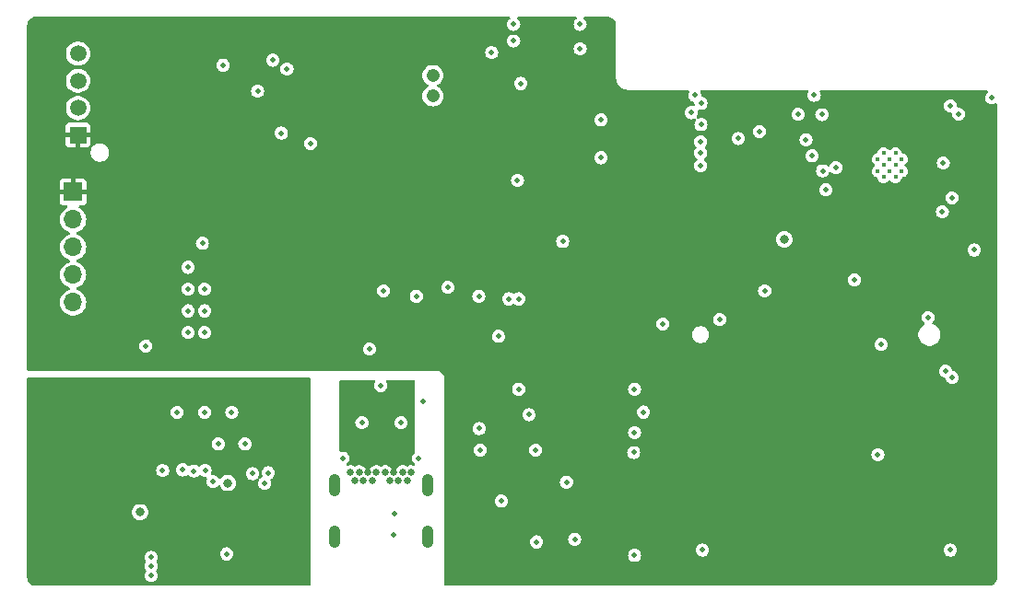
<source format=gbr>
%TF.GenerationSoftware,KiCad,Pcbnew,8.0.7*%
%TF.CreationDate,2024-12-27T11:50:54+11:00*%
%TF.ProjectId,ESP32 sensor board,45535033-3220-4736-956e-736f7220626f,rev?*%
%TF.SameCoordinates,Original*%
%TF.FileFunction,Copper,L3,Inr*%
%TF.FilePolarity,Positive*%
%FSLAX46Y46*%
G04 Gerber Fmt 4.6, Leading zero omitted, Abs format (unit mm)*
G04 Created by KiCad (PCBNEW 8.0.7) date 2024-12-27 11:50:54*
%MOMM*%
%LPD*%
G01*
G04 APERTURE LIST*
%TA.AperFunction,ComponentPad*%
%ADD10C,0.650000*%
%TD*%
%TA.AperFunction,ComponentPad*%
%ADD11O,1.050000X2.100000*%
%TD*%
%TA.AperFunction,ComponentPad*%
%ADD12C,0.400000*%
%TD*%
%TA.AperFunction,ComponentPad*%
%ADD13R,1.508000X1.508000*%
%TD*%
%TA.AperFunction,ComponentPad*%
%ADD14C,1.508000*%
%TD*%
%TA.AperFunction,ComponentPad*%
%ADD15C,1.208000*%
%TD*%
%TA.AperFunction,ComponentPad*%
%ADD16R,1.700000X1.700000*%
%TD*%
%TA.AperFunction,ComponentPad*%
%ADD17O,1.700000X1.700000*%
%TD*%
%TA.AperFunction,ViaPad*%
%ADD18C,0.500000*%
%TD*%
%TA.AperFunction,ViaPad*%
%ADD19C,0.800000*%
%TD*%
G04 APERTURE END LIST*
D10*
%TO.N,GND*%
%TO.C,J1*%
X145990800Y-114382500D03*
%TO.N,unconnected-(J1-SSTXP2-PadB2)*%
X145590800Y-115092500D03*
%TO.N,unconnected-(J1-SSTXN2-PadB3)*%
X144790800Y-115092500D03*
%TO.N,/VBUS*%
X144390800Y-114382500D03*
%TO.N,Net-(J1-CC2)*%
X143990800Y-115092500D03*
%TO.N,/USB_DP*%
X143590800Y-114382500D03*
%TO.N,/USB_DN*%
X142790800Y-114382500D03*
%TO.N,unconnected-(J1-SBU2-PadB8)*%
X142390800Y-115092500D03*
%TO.N,/VBUS*%
X141990800Y-114382500D03*
%TO.N,unconnected-(J1-SSRXN1-PadB10)*%
X141590800Y-115092500D03*
%TO.N,unconnected-(J1-SSRXP1-PadB11)*%
X140790800Y-115092500D03*
%TO.N,GND*%
X140390800Y-114382500D03*
X145190800Y-114382500D03*
X141190800Y-114382500D03*
D11*
X138920800Y-115532500D03*
X147460800Y-115532500D03*
X138920800Y-120262500D03*
X147460800Y-120262500D03*
%TD*%
D12*
%TO.N,GND*%
%TO.C,U3*%
X189386000Y-85004000D03*
X190486000Y-85004000D03*
X188836000Y-85554000D03*
X189936000Y-85554000D03*
X191036000Y-85554000D03*
X189386000Y-86104000D03*
X190486000Y-86104000D03*
X188836000Y-86654000D03*
X189936000Y-86654000D03*
X191036000Y-86654000D03*
X189386000Y-87204000D03*
X190486000Y-87204000D03*
%TD*%
D13*
%TO.N,3.3V*%
%TO.C,J4*%
X115375000Y-83340000D03*
D14*
%TO.N,/ESP32-C3-02/SDA*%
X115375000Y-80840000D03*
%TO.N,/ESP32-C3-02/SCL*%
X115375000Y-78340000D03*
%TO.N,GND*%
X115375000Y-75840000D03*
%TD*%
D15*
%TO.N,GND*%
%TO.C,MK1*%
X147962500Y-77850000D03*
%TO.N,Net-(C17-Pad2)*%
X147962500Y-79750000D03*
%TD*%
D16*
%TO.N,3.3V*%
%TO.C,J6*%
X114925000Y-88565000D03*
D17*
%TO.N,/ESP32-C3-02/GPIO8*%
X114925000Y-91105000D03*
%TO.N,/ESP32-C3-02/GPIO18*%
X114925000Y-93645000D03*
%TO.N,/ESP32-C3-02/GPIO19*%
X114925000Y-96185000D03*
%TO.N,GND*%
X114925000Y-98725000D03*
%TD*%
D18*
%TO.N,/+5V_USB*%
X134950000Y-107200000D03*
X134950000Y-108150000D03*
X119583300Y-106916700D03*
X134950000Y-106350000D03*
X130225000Y-121200000D03*
X133925000Y-118475000D03*
X116500000Y-106900000D03*
X113400000Y-106950000D03*
X130925000Y-121200000D03*
X131600000Y-121200000D03*
X133950000Y-117475000D03*
%TO.N,GND*%
X176050000Y-83650000D03*
X149350000Y-97350000D03*
X126800000Y-93300000D03*
X159900000Y-93125000D03*
X186700000Y-96650000D03*
X154000000Y-101850000D03*
X129500000Y-108837500D03*
X174326000Y-100300000D03*
X127000000Y-97500000D03*
X125500000Y-95500000D03*
X152200000Y-98150000D03*
D19*
X180250000Y-92925000D03*
D18*
X134062000Y-83150000D03*
X157500000Y-120750000D03*
X166500000Y-122000000D03*
X193450000Y-100100000D03*
X169100000Y-100700000D03*
X146675000Y-113050000D03*
X161000000Y-120500000D03*
X147100000Y-107800000D03*
X139700000Y-113050000D03*
X177950000Y-83000000D03*
D19*
X129150000Y-115325000D03*
D18*
X125500000Y-99500000D03*
X155750000Y-87500000D03*
X122100000Y-122175000D03*
X134575000Y-77262500D03*
X156047000Y-78587500D03*
X127000000Y-108837500D03*
X146450000Y-98150000D03*
X143200000Y-106362500D03*
X154250000Y-117000000D03*
X127000000Y-99500000D03*
X128700000Y-76900000D03*
X122100000Y-123850000D03*
X153375000Y-75750000D03*
X172750000Y-121500000D03*
X121600000Y-102725000D03*
X129025000Y-121850000D03*
X195500000Y-121500000D03*
X144457500Y-118120000D03*
X142150000Y-103025000D03*
X136725000Y-84112500D03*
D19*
X121075000Y-118025000D03*
D18*
X160250000Y-115250000D03*
X125500000Y-101500000D03*
X178450000Y-97650000D03*
X144377500Y-120090000D03*
X125500000Y-97500000D03*
X127000000Y-101500000D03*
X122100000Y-122975000D03*
X143450000Y-97650000D03*
X124475000Y-108837500D03*
%TO.N,3.3V*%
X158950000Y-79775000D03*
D19*
X173325000Y-81575000D03*
D18*
X134325000Y-75012500D03*
X120500000Y-95712500D03*
X154175000Y-74600000D03*
X182725000Y-96450000D03*
X128175000Y-89825000D03*
X153050000Y-80300000D03*
X157050000Y-76725000D03*
X150475000Y-101400000D03*
X170750000Y-87695000D03*
X161525000Y-79750000D03*
X150600000Y-110975000D03*
X146400000Y-95000000D03*
X132675000Y-89825000D03*
X148775000Y-84450000D03*
X128175000Y-88400000D03*
X128175000Y-89100000D03*
X128150000Y-83750000D03*
X158625000Y-90225000D03*
X132675000Y-88400000D03*
X136000000Y-91125000D03*
X194325000Y-94200000D03*
X132675000Y-89100000D03*
X138500000Y-91100000D03*
X131550000Y-78100000D03*
%TO.N,/ESP32-C3-02/MIC_OUT*%
X182250000Y-83750000D03*
X171725000Y-81275000D03*
%TO.N,/ESP32-C3-02/EN*%
X167329600Y-108812500D03*
X185000000Y-86325000D03*
X181525000Y-81425000D03*
X183700000Y-81450000D03*
%TO.N,Net-(U1-PROG1)*%
X128250000Y-111750000D03*
X127050000Y-114200000D03*
%TO.N,/USB_DN*%
X145050000Y-109800000D03*
%TO.N,Net-(U1-PROG3)*%
X130700000Y-111750000D03*
X127775000Y-115200000D03*
%TO.N,/CHARGING_POWER_GOOD*%
X125000000Y-114125000D03*
X132525000Y-115375000D03*
%TO.N,/CHARGED*%
X126025000Y-114225000D03*
X131400000Y-114475000D03*
%TO.N,/USB_DP*%
X141450000Y-109800000D03*
%TO.N,Net-(Q2-B)*%
X152325000Y-112300000D03*
X157425000Y-112300000D03*
%TO.N,/ESP32-C3-02/RTS*%
X155850000Y-98400000D03*
X166500000Y-106700000D03*
X166500000Y-110687500D03*
X155850000Y-106700000D03*
%TO.N,/ESP32-C3-02/BOOT*%
X189145000Y-102605000D03*
X188850000Y-112725000D03*
%TO.N,/ESP32-C3-02/DTS*%
X154950000Y-98400000D03*
X156800000Y-109050000D03*
%TO.N,Net-(Q3-B)*%
X152225000Y-110325000D03*
X166425000Y-112525000D03*
%TO.N,/ESP32-C3-02/CS*%
X172575000Y-86150000D03*
X184075000Y-88375000D03*
%TO.N,/ESP32-C3-02/CS_SD*%
X199297500Y-79904000D03*
X197700000Y-93900000D03*
%TO.N,/ESP32-C3-02/SCL*%
X172600000Y-80425000D03*
X195525000Y-80650000D03*
%TO.N,/ESP32-C3-02/SDA*%
X161500000Y-75400000D03*
X161500000Y-73150000D03*
X183000000Y-79675000D03*
X155400000Y-74675000D03*
X155400000Y-73150000D03*
X172025000Y-79675000D03*
%TO.N,/ESP32-C3-02/PHOTO_C*%
X196275000Y-81400000D03*
X163425000Y-85425000D03*
X172600000Y-82375000D03*
X163425000Y-81950000D03*
%TO.N,/ESP32-C3-02/GPIO19*%
X194860000Y-85910000D03*
%TO.N,/ESP32-C3-02/GPIO8*%
X182825000Y-85250000D03*
X172575000Y-83950000D03*
%TO.N,/ESP32-C3-02/GPIO18*%
X183775000Y-86625000D03*
X172575000Y-84975000D03*
%TO.N,/ESP32-C3-02/TX_RX*%
X195070000Y-105050000D03*
X194775000Y-90400000D03*
%TO.N,/ESP32-C3-02/RX_TX*%
X195650000Y-89100000D03*
X195680000Y-105650000D03*
%TO.N,Net-(U8-IN+)*%
X131875000Y-79302500D03*
X133293300Y-76450000D03*
%TO.N,/VBUS*%
X143200000Y-110850000D03*
X140500000Y-108150000D03*
X144450000Y-112100000D03*
X141750000Y-112000000D03*
X140500000Y-107250000D03*
X145900000Y-106900000D03*
X140500000Y-106350000D03*
%TO.N,/CHARGING*%
X132850000Y-114400000D03*
X123150000Y-114192500D03*
%TD*%
%TA.AperFunction,Conductor*%
%TO.N,/+5V_USB*%
G36*
X136615677Y-105619685D02*
G01*
X136636319Y-105636319D01*
X136713681Y-105713681D01*
X136747166Y-105775004D01*
X136750000Y-105801362D01*
X136750000Y-124675500D01*
X136730315Y-124742539D01*
X136677511Y-124788294D01*
X136626000Y-124799500D01*
X111506092Y-124799500D01*
X111493938Y-124798903D01*
X111356180Y-124785335D01*
X111332340Y-124780593D01*
X111205728Y-124742186D01*
X111183271Y-124732883D01*
X111066593Y-124670517D01*
X111046381Y-124657012D01*
X110944108Y-124573079D01*
X110926920Y-124555891D01*
X110842986Y-124453616D01*
X110829482Y-124433406D01*
X110767116Y-124316728D01*
X110757815Y-124294277D01*
X110719404Y-124167652D01*
X110714665Y-124143824D01*
X110701097Y-124006060D01*
X110700500Y-123993907D01*
X110700500Y-122174998D01*
X121494318Y-122174998D01*
X121494318Y-122175001D01*
X121514955Y-122331760D01*
X121514956Y-122331762D01*
X121575464Y-122477841D01*
X121592095Y-122499516D01*
X121617287Y-122564686D01*
X121603247Y-122633130D01*
X121592095Y-122650484D01*
X121575464Y-122672158D01*
X121514956Y-122818237D01*
X121514955Y-122818239D01*
X121494318Y-122974998D01*
X121494318Y-122975001D01*
X121514955Y-123131760D01*
X121514956Y-123131762D01*
X121575464Y-123277842D01*
X121620868Y-123337014D01*
X121646062Y-123402184D01*
X121632023Y-123470628D01*
X121620868Y-123487986D01*
X121575464Y-123547157D01*
X121514956Y-123693237D01*
X121514955Y-123693239D01*
X121494318Y-123849998D01*
X121494318Y-123850001D01*
X121514955Y-124006760D01*
X121514956Y-124006762D01*
X121571726Y-124143818D01*
X121575464Y-124152841D01*
X121671718Y-124278282D01*
X121797159Y-124374536D01*
X121943238Y-124435044D01*
X122012618Y-124444178D01*
X122099999Y-124455682D01*
X122100000Y-124455682D01*
X122100001Y-124455682D01*
X122152254Y-124448802D01*
X122256762Y-124435044D01*
X122402841Y-124374536D01*
X122528282Y-124278282D01*
X122624536Y-124152841D01*
X122685044Y-124006762D01*
X122705682Y-123850000D01*
X122685044Y-123693238D01*
X122624536Y-123547159D01*
X122579130Y-123487984D01*
X122553937Y-123422818D01*
X122567975Y-123354373D01*
X122579126Y-123337019D01*
X122624536Y-123277841D01*
X122685044Y-123131762D01*
X122705682Y-122975000D01*
X122685044Y-122818238D01*
X122624536Y-122672159D01*
X122607904Y-122650484D01*
X122582711Y-122585319D01*
X122596748Y-122516874D01*
X122607899Y-122499521D01*
X122624536Y-122477841D01*
X122685044Y-122331762D01*
X122705682Y-122175000D01*
X122702764Y-122152839D01*
X122685044Y-122018239D01*
X122685044Y-122018238D01*
X122624536Y-121872159D01*
X122607531Y-121849998D01*
X128419318Y-121849998D01*
X128419318Y-121850001D01*
X128439955Y-122006760D01*
X128439956Y-122006762D01*
X128500464Y-122152841D01*
X128596718Y-122278282D01*
X128722159Y-122374536D01*
X128868238Y-122435044D01*
X128946619Y-122445363D01*
X129024999Y-122455682D01*
X129025000Y-122455682D01*
X129025001Y-122455682D01*
X129077254Y-122448802D01*
X129181762Y-122435044D01*
X129327841Y-122374536D01*
X129453282Y-122278282D01*
X129549536Y-122152841D01*
X129610044Y-122006762D01*
X129630682Y-121850000D01*
X129610044Y-121693238D01*
X129549536Y-121547159D01*
X129453282Y-121421718D01*
X129327841Y-121325464D01*
X129181762Y-121264956D01*
X129181760Y-121264955D01*
X129025001Y-121244318D01*
X129024999Y-121244318D01*
X128868239Y-121264955D01*
X128868237Y-121264956D01*
X128722160Y-121325463D01*
X128596718Y-121421718D01*
X128500463Y-121547160D01*
X128439956Y-121693237D01*
X128439955Y-121693239D01*
X128419318Y-121849998D01*
X122607531Y-121849998D01*
X122528282Y-121746718D01*
X122402841Y-121650464D01*
X122256762Y-121589956D01*
X122256760Y-121589955D01*
X122100001Y-121569318D01*
X122099999Y-121569318D01*
X121943239Y-121589955D01*
X121943237Y-121589956D01*
X121797160Y-121650463D01*
X121671718Y-121746718D01*
X121575463Y-121872160D01*
X121514956Y-122018237D01*
X121514955Y-122018239D01*
X121494318Y-122174998D01*
X110700500Y-122174998D01*
X110700500Y-118024997D01*
X120319751Y-118024997D01*
X120319751Y-118025002D01*
X120338685Y-118193056D01*
X120394545Y-118352694D01*
X120394547Y-118352697D01*
X120484518Y-118495884D01*
X120484523Y-118495890D01*
X120604109Y-118615476D01*
X120604115Y-118615481D01*
X120747302Y-118705452D01*
X120747305Y-118705454D01*
X120747309Y-118705455D01*
X120747310Y-118705456D01*
X120819913Y-118730860D01*
X120906943Y-118761314D01*
X121074997Y-118780249D01*
X121075000Y-118780249D01*
X121075003Y-118780249D01*
X121243056Y-118761314D01*
X121243059Y-118761313D01*
X121402690Y-118705456D01*
X121402692Y-118705454D01*
X121402694Y-118705454D01*
X121402697Y-118705452D01*
X121545884Y-118615481D01*
X121545885Y-118615480D01*
X121545890Y-118615477D01*
X121665477Y-118495890D01*
X121755452Y-118352697D01*
X121755454Y-118352694D01*
X121755454Y-118352692D01*
X121755456Y-118352690D01*
X121811313Y-118193059D01*
X121811313Y-118193058D01*
X121811314Y-118193056D01*
X121830249Y-118025002D01*
X121830249Y-118024997D01*
X121811314Y-117856943D01*
X121755454Y-117697305D01*
X121755452Y-117697302D01*
X121665481Y-117554115D01*
X121665476Y-117554109D01*
X121545890Y-117434523D01*
X121545884Y-117434518D01*
X121402697Y-117344547D01*
X121402694Y-117344545D01*
X121243056Y-117288685D01*
X121075003Y-117269751D01*
X121074997Y-117269751D01*
X120906943Y-117288685D01*
X120747305Y-117344545D01*
X120747302Y-117344547D01*
X120604115Y-117434518D01*
X120604109Y-117434523D01*
X120484523Y-117554109D01*
X120484518Y-117554115D01*
X120394547Y-117697302D01*
X120394545Y-117697305D01*
X120338685Y-117856943D01*
X120319751Y-118024997D01*
X110700500Y-118024997D01*
X110700500Y-114192498D01*
X122544318Y-114192498D01*
X122544318Y-114192501D01*
X122564955Y-114349260D01*
X122564956Y-114349262D01*
X122617037Y-114474998D01*
X122625464Y-114495341D01*
X122721718Y-114620782D01*
X122847159Y-114717036D01*
X122993238Y-114777544D01*
X123052523Y-114785349D01*
X123149999Y-114798182D01*
X123150000Y-114798182D01*
X123150001Y-114798182D01*
X123234351Y-114787077D01*
X123306762Y-114777544D01*
X123452841Y-114717036D01*
X123578282Y-114620782D01*
X123674536Y-114495341D01*
X123735044Y-114349262D01*
X123749002Y-114243237D01*
X123755682Y-114192501D01*
X123755682Y-114192498D01*
X123746795Y-114124998D01*
X124394318Y-114124998D01*
X124394318Y-114125001D01*
X124414955Y-114281760D01*
X124414956Y-114281762D01*
X124474058Y-114424448D01*
X124475464Y-114427841D01*
X124571718Y-114553282D01*
X124697159Y-114649536D01*
X124843238Y-114710044D01*
X124896348Y-114717036D01*
X124999999Y-114730682D01*
X125000000Y-114730682D01*
X125000001Y-114730682D01*
X125052254Y-114723802D01*
X125156762Y-114710044D01*
X125302841Y-114649536D01*
X125387626Y-114584478D01*
X125452793Y-114559284D01*
X125521238Y-114573322D01*
X125561484Y-114607365D01*
X125596718Y-114653282D01*
X125722159Y-114749536D01*
X125868238Y-114810044D01*
X125946619Y-114820363D01*
X126024999Y-114830682D01*
X126025000Y-114830682D01*
X126025001Y-114830682D01*
X126077254Y-114823802D01*
X126181762Y-114810044D01*
X126327841Y-114749536D01*
X126453282Y-114653282D01*
X126453286Y-114653276D01*
X126453288Y-114653275D01*
X126459034Y-114647531D01*
X126460261Y-114648758D01*
X126508699Y-114613378D01*
X126578444Y-114609211D01*
X126626149Y-114631682D01*
X126747159Y-114724536D01*
X126893238Y-114785044D01*
X127050000Y-114805682D01*
X127089167Y-114800525D01*
X127158199Y-114811290D01*
X127210456Y-114857669D01*
X127229342Y-114924937D01*
X127219912Y-114970916D01*
X127189957Y-115043234D01*
X127189955Y-115043239D01*
X127169318Y-115199998D01*
X127169318Y-115200001D01*
X127189955Y-115356760D01*
X127189956Y-115356762D01*
X127250464Y-115502841D01*
X127346718Y-115628282D01*
X127472159Y-115724536D01*
X127618238Y-115785044D01*
X127696619Y-115795363D01*
X127774999Y-115805682D01*
X127775000Y-115805682D01*
X127775001Y-115805682D01*
X127849378Y-115795890D01*
X127931762Y-115785044D01*
X128077841Y-115724536D01*
X128203282Y-115628282D01*
X128240636Y-115579600D01*
X128297060Y-115538399D01*
X128366806Y-115534244D01*
X128427727Y-115568455D01*
X128456051Y-115614132D01*
X128469543Y-115652688D01*
X128469547Y-115652697D01*
X128559518Y-115795884D01*
X128559523Y-115795890D01*
X128679109Y-115915476D01*
X128679115Y-115915481D01*
X128822302Y-116005452D01*
X128822305Y-116005454D01*
X128822309Y-116005455D01*
X128822310Y-116005456D01*
X128894913Y-116030860D01*
X128981943Y-116061314D01*
X129149997Y-116080249D01*
X129150000Y-116080249D01*
X129150003Y-116080249D01*
X129318056Y-116061314D01*
X129318059Y-116061313D01*
X129477690Y-116005456D01*
X129477692Y-116005454D01*
X129477694Y-116005454D01*
X129477697Y-116005452D01*
X129620884Y-115915481D01*
X129620885Y-115915480D01*
X129620890Y-115915477D01*
X129740477Y-115795890D01*
X129785312Y-115724536D01*
X129830452Y-115652697D01*
X129830454Y-115652694D01*
X129830454Y-115652692D01*
X129830456Y-115652690D01*
X129886313Y-115493059D01*
X129886313Y-115493058D01*
X129886314Y-115493056D01*
X129899616Y-115374998D01*
X131919318Y-115374998D01*
X131919318Y-115375001D01*
X131939955Y-115531760D01*
X131939956Y-115531762D01*
X131979935Y-115628281D01*
X132000464Y-115677841D01*
X132096718Y-115803282D01*
X132222159Y-115899536D01*
X132368238Y-115960044D01*
X132446619Y-115970363D01*
X132524999Y-115980682D01*
X132525000Y-115980682D01*
X132525001Y-115980682D01*
X132577254Y-115973802D01*
X132681762Y-115960044D01*
X132827841Y-115899536D01*
X132953282Y-115803282D01*
X133049536Y-115677841D01*
X133110044Y-115531762D01*
X133130682Y-115375000D01*
X133124099Y-115325000D01*
X133110044Y-115218239D01*
X133110044Y-115218238D01*
X133059923Y-115097237D01*
X133052455Y-115027771D01*
X133083730Y-114965292D01*
X133127033Y-114935226D01*
X133152841Y-114924536D01*
X133278282Y-114828282D01*
X133374536Y-114702841D01*
X133435044Y-114556762D01*
X133455682Y-114400000D01*
X133435044Y-114243238D01*
X133374536Y-114097159D01*
X133278282Y-113971718D01*
X133152841Y-113875464D01*
X133138003Y-113869318D01*
X133006762Y-113814956D01*
X133006760Y-113814955D01*
X132850001Y-113794318D01*
X132849999Y-113794318D01*
X132693239Y-113814955D01*
X132693237Y-113814956D01*
X132547160Y-113875463D01*
X132421718Y-113971718D01*
X132325463Y-114097160D01*
X132264956Y-114243237D01*
X132264955Y-114243239D01*
X132243257Y-114408058D01*
X132240797Y-114407734D01*
X132235889Y-114424448D01*
X132248659Y-114444318D01*
X132252621Y-114463068D01*
X132264955Y-114556760D01*
X132264956Y-114556762D01*
X132303384Y-114649536D01*
X132315075Y-114677759D01*
X132322544Y-114747229D01*
X132291269Y-114809708D01*
X132247970Y-114839772D01*
X132222157Y-114850464D01*
X132107100Y-114938751D01*
X132041931Y-114963945D01*
X132003130Y-114955986D01*
X132017166Y-115016997D01*
X132002944Y-115064390D01*
X132003574Y-115064651D01*
X132001007Y-115070847D01*
X132000777Y-115071615D01*
X132000466Y-115072152D01*
X131939956Y-115218237D01*
X131939955Y-115218239D01*
X131919318Y-115374998D01*
X129899616Y-115374998D01*
X129905249Y-115325002D01*
X129905249Y-115324997D01*
X129886314Y-115156943D01*
X129855860Y-115069913D01*
X129830456Y-114997310D01*
X129830455Y-114997309D01*
X129830454Y-114997305D01*
X129830452Y-114997302D01*
X129740481Y-114854115D01*
X129740476Y-114854109D01*
X129620890Y-114734523D01*
X129620884Y-114734518D01*
X129477697Y-114644547D01*
X129477694Y-114644545D01*
X129318056Y-114588685D01*
X129150003Y-114569751D01*
X129149997Y-114569751D01*
X128981943Y-114588685D01*
X128822305Y-114644545D01*
X128822302Y-114644547D01*
X128679115Y-114734518D01*
X128679109Y-114734523D01*
X128559524Y-114854108D01*
X128519783Y-114917354D01*
X128467447Y-114963644D01*
X128398394Y-114974291D01*
X128334546Y-114945915D01*
X128303979Y-114903976D01*
X128303599Y-114904196D01*
X128301538Y-114900627D01*
X128300228Y-114898829D01*
X128299537Y-114897161D01*
X128299536Y-114897160D01*
X128299536Y-114897159D01*
X128203282Y-114771718D01*
X128077841Y-114675464D01*
X128015245Y-114649536D01*
X127931762Y-114614956D01*
X127931760Y-114614955D01*
X127775001Y-114594318D01*
X127774999Y-114594318D01*
X127735833Y-114599474D01*
X127666797Y-114588708D01*
X127614542Y-114542328D01*
X127595657Y-114475059D01*
X127595670Y-114474998D01*
X130794318Y-114474998D01*
X130794318Y-114475001D01*
X130814955Y-114631760D01*
X130814956Y-114631762D01*
X130875340Y-114777543D01*
X130875464Y-114777841D01*
X130971718Y-114903282D01*
X131097159Y-114999536D01*
X131243238Y-115060044D01*
X131278232Y-115064651D01*
X131399999Y-115080682D01*
X131400000Y-115080682D01*
X131400001Y-115080682D01*
X131468871Y-115071615D01*
X131556762Y-115060044D01*
X131702841Y-114999536D01*
X131817900Y-114911248D01*
X131883067Y-114886054D01*
X131921867Y-114894011D01*
X131907833Y-114833001D01*
X131922056Y-114785610D01*
X131921426Y-114785349D01*
X131924001Y-114779129D01*
X131924231Y-114778367D01*
X131924525Y-114777854D01*
X131924536Y-114777841D01*
X131985044Y-114631762D01*
X132005682Y-114475000D01*
X132005682Y-114474998D01*
X132006743Y-114466942D01*
X132009201Y-114467265D01*
X132014110Y-114450550D01*
X132001341Y-114430681D01*
X131997379Y-114411932D01*
X131995808Y-114399998D01*
X131985044Y-114318238D01*
X131924536Y-114172159D01*
X131828282Y-114046718D01*
X131702841Y-113950464D01*
X131556762Y-113889956D01*
X131556760Y-113889955D01*
X131400001Y-113869318D01*
X131399999Y-113869318D01*
X131243239Y-113889955D01*
X131243237Y-113889956D01*
X131097160Y-113950463D01*
X130971718Y-114046718D01*
X130875463Y-114172160D01*
X130814956Y-114318237D01*
X130814955Y-114318239D01*
X130794318Y-114474998D01*
X127595670Y-114474998D01*
X127605085Y-114429087D01*
X127635044Y-114356762D01*
X127655682Y-114200000D01*
X127654694Y-114192498D01*
X127635044Y-114043239D01*
X127635044Y-114043238D01*
X127574536Y-113897159D01*
X127478282Y-113771718D01*
X127352841Y-113675464D01*
X127334734Y-113667964D01*
X127206762Y-113614956D01*
X127206760Y-113614955D01*
X127050001Y-113594318D01*
X127049999Y-113594318D01*
X126893239Y-113614955D01*
X126893237Y-113614956D01*
X126747160Y-113675463D01*
X126621713Y-113771722D01*
X126615971Y-113777465D01*
X126614749Y-113776243D01*
X126566261Y-113811636D01*
X126496514Y-113815778D01*
X126448847Y-113793315D01*
X126327842Y-113700464D01*
X126181762Y-113639956D01*
X126181760Y-113639955D01*
X126025001Y-113619318D01*
X126024999Y-113619318D01*
X125868239Y-113639955D01*
X125868237Y-113639956D01*
X125722157Y-113700464D01*
X125637374Y-113765521D01*
X125572205Y-113790715D01*
X125503760Y-113776676D01*
X125463512Y-113742631D01*
X125428283Y-113696719D01*
X125400583Y-113675464D01*
X125302841Y-113600464D01*
X125288003Y-113594318D01*
X125156762Y-113539956D01*
X125156760Y-113539955D01*
X125000001Y-113519318D01*
X124999999Y-113519318D01*
X124843239Y-113539955D01*
X124843237Y-113539956D01*
X124697160Y-113600463D01*
X124571718Y-113696718D01*
X124475463Y-113822160D01*
X124414956Y-113968237D01*
X124414955Y-113968239D01*
X124394318Y-114124998D01*
X123746795Y-114124998D01*
X123741923Y-114087992D01*
X123735044Y-114035738D01*
X123674536Y-113889659D01*
X123578282Y-113764218D01*
X123452841Y-113667964D01*
X123385221Y-113639955D01*
X123306762Y-113607456D01*
X123306760Y-113607455D01*
X123150001Y-113586818D01*
X123149999Y-113586818D01*
X122993239Y-113607455D01*
X122993237Y-113607456D01*
X122847160Y-113667963D01*
X122721718Y-113764218D01*
X122625463Y-113889660D01*
X122564956Y-114035737D01*
X122564955Y-114035739D01*
X122544318Y-114192498D01*
X110700500Y-114192498D01*
X110700500Y-111749998D01*
X127644318Y-111749998D01*
X127644318Y-111750001D01*
X127664955Y-111906760D01*
X127664956Y-111906762D01*
X127725464Y-112052841D01*
X127821718Y-112178282D01*
X127947159Y-112274536D01*
X128093238Y-112335044D01*
X128171619Y-112345363D01*
X128249999Y-112355682D01*
X128250000Y-112355682D01*
X128250001Y-112355682D01*
X128302254Y-112348802D01*
X128406762Y-112335044D01*
X128552841Y-112274536D01*
X128678282Y-112178282D01*
X128774536Y-112052841D01*
X128835044Y-111906762D01*
X128855682Y-111750000D01*
X128855682Y-111749998D01*
X130094318Y-111749998D01*
X130094318Y-111750001D01*
X130114955Y-111906760D01*
X130114956Y-111906762D01*
X130175464Y-112052841D01*
X130271718Y-112178282D01*
X130397159Y-112274536D01*
X130543238Y-112335044D01*
X130621619Y-112345363D01*
X130699999Y-112355682D01*
X130700000Y-112355682D01*
X130700001Y-112355682D01*
X130752254Y-112348802D01*
X130856762Y-112335044D01*
X131002841Y-112274536D01*
X131128282Y-112178282D01*
X131224536Y-112052841D01*
X131285044Y-111906762D01*
X131305682Y-111750000D01*
X131285044Y-111593238D01*
X131224536Y-111447159D01*
X131128282Y-111321718D01*
X131002841Y-111225464D01*
X130856762Y-111164956D01*
X130856760Y-111164955D01*
X130700001Y-111144318D01*
X130699999Y-111144318D01*
X130543239Y-111164955D01*
X130543237Y-111164956D01*
X130397160Y-111225463D01*
X130271718Y-111321718D01*
X130175463Y-111447160D01*
X130114956Y-111593237D01*
X130114955Y-111593239D01*
X130094318Y-111749998D01*
X128855682Y-111749998D01*
X128835044Y-111593238D01*
X128774536Y-111447159D01*
X128678282Y-111321718D01*
X128552841Y-111225464D01*
X128406762Y-111164956D01*
X128406760Y-111164955D01*
X128250001Y-111144318D01*
X128249999Y-111144318D01*
X128093239Y-111164955D01*
X128093237Y-111164956D01*
X127947160Y-111225463D01*
X127821718Y-111321718D01*
X127725463Y-111447160D01*
X127664956Y-111593237D01*
X127664955Y-111593239D01*
X127644318Y-111749998D01*
X110700500Y-111749998D01*
X110700500Y-108837498D01*
X123869318Y-108837498D01*
X123869318Y-108837501D01*
X123889955Y-108994260D01*
X123889956Y-108994262D01*
X123950464Y-109140341D01*
X124046718Y-109265782D01*
X124172159Y-109362036D01*
X124318238Y-109422544D01*
X124396619Y-109432863D01*
X124474999Y-109443182D01*
X124475000Y-109443182D01*
X124475001Y-109443182D01*
X124527254Y-109436302D01*
X124631762Y-109422544D01*
X124777841Y-109362036D01*
X124903282Y-109265782D01*
X124999536Y-109140341D01*
X125060044Y-108994262D01*
X125080682Y-108837500D01*
X125080682Y-108837498D01*
X126394318Y-108837498D01*
X126394318Y-108837501D01*
X126414955Y-108994260D01*
X126414956Y-108994262D01*
X126475464Y-109140341D01*
X126571718Y-109265782D01*
X126697159Y-109362036D01*
X126843238Y-109422544D01*
X126921619Y-109432863D01*
X126999999Y-109443182D01*
X127000000Y-109443182D01*
X127000001Y-109443182D01*
X127052254Y-109436302D01*
X127156762Y-109422544D01*
X127302841Y-109362036D01*
X127428282Y-109265782D01*
X127524536Y-109140341D01*
X127585044Y-108994262D01*
X127605682Y-108837500D01*
X127605682Y-108837498D01*
X128894318Y-108837498D01*
X128894318Y-108837501D01*
X128914955Y-108994260D01*
X128914956Y-108994262D01*
X128975464Y-109140341D01*
X129071718Y-109265782D01*
X129197159Y-109362036D01*
X129343238Y-109422544D01*
X129421619Y-109432863D01*
X129499999Y-109443182D01*
X129500000Y-109443182D01*
X129500001Y-109443182D01*
X129552254Y-109436302D01*
X129656762Y-109422544D01*
X129802841Y-109362036D01*
X129928282Y-109265782D01*
X130024536Y-109140341D01*
X130085044Y-108994262D01*
X130105682Y-108837500D01*
X130085044Y-108680738D01*
X130024536Y-108534659D01*
X129928282Y-108409218D01*
X129802841Y-108312964D01*
X129656762Y-108252456D01*
X129656760Y-108252455D01*
X129500001Y-108231818D01*
X129499999Y-108231818D01*
X129343239Y-108252455D01*
X129343237Y-108252456D01*
X129197160Y-108312963D01*
X129071718Y-108409218D01*
X128975463Y-108534660D01*
X128914956Y-108680737D01*
X128914955Y-108680739D01*
X128894318Y-108837498D01*
X127605682Y-108837498D01*
X127585044Y-108680738D01*
X127524536Y-108534659D01*
X127428282Y-108409218D01*
X127302841Y-108312964D01*
X127156762Y-108252456D01*
X127156760Y-108252455D01*
X127000001Y-108231818D01*
X126999999Y-108231818D01*
X126843239Y-108252455D01*
X126843237Y-108252456D01*
X126697160Y-108312963D01*
X126571718Y-108409218D01*
X126475463Y-108534660D01*
X126414956Y-108680737D01*
X126414955Y-108680739D01*
X126394318Y-108837498D01*
X125080682Y-108837498D01*
X125060044Y-108680738D01*
X124999536Y-108534659D01*
X124903282Y-108409218D01*
X124777841Y-108312964D01*
X124631762Y-108252456D01*
X124631760Y-108252455D01*
X124475001Y-108231818D01*
X124474999Y-108231818D01*
X124318239Y-108252455D01*
X124318237Y-108252456D01*
X124172160Y-108312963D01*
X124046718Y-108409218D01*
X123950463Y-108534660D01*
X123889956Y-108680737D01*
X123889955Y-108680739D01*
X123869318Y-108837498D01*
X110700500Y-108837498D01*
X110700500Y-105724000D01*
X110720185Y-105656961D01*
X110772989Y-105611206D01*
X110824500Y-105600000D01*
X136548638Y-105600000D01*
X136615677Y-105619685D01*
G37*
%TD.AperFunction*%
%TD*%
%TA.AperFunction,Conductor*%
%TO.N,/VBUS*%
G36*
X142651933Y-105869685D02*
G01*
X142697688Y-105922489D01*
X142707632Y-105991647D01*
X142683269Y-106049487D01*
X142675464Y-106059657D01*
X142614956Y-106205737D01*
X142614955Y-106205739D01*
X142594318Y-106362498D01*
X142594318Y-106362501D01*
X142614955Y-106519260D01*
X142614956Y-106519262D01*
X142675464Y-106665341D01*
X142771718Y-106790782D01*
X142897159Y-106887036D01*
X143043238Y-106947544D01*
X143121619Y-106957863D01*
X143199999Y-106968182D01*
X143200000Y-106968182D01*
X143200001Y-106968182D01*
X143252254Y-106961302D01*
X143356762Y-106947544D01*
X143502841Y-106887036D01*
X143628282Y-106790782D01*
X143724536Y-106665341D01*
X143785044Y-106519262D01*
X143805682Y-106362500D01*
X143785044Y-106205738D01*
X143724536Y-106059659D01*
X143724535Y-106059658D01*
X143724535Y-106059657D01*
X143716731Y-106049487D01*
X143691536Y-105984318D01*
X143705574Y-105915873D01*
X143754387Y-105865883D01*
X143815106Y-105850000D01*
X146176000Y-105850000D01*
X146243039Y-105869685D01*
X146288794Y-105922489D01*
X146300000Y-105974000D01*
X146300000Y-112519682D01*
X146280315Y-112586721D01*
X146251491Y-112618054D01*
X146246722Y-112621713D01*
X146150463Y-112747160D01*
X146089956Y-112893237D01*
X146089955Y-112893239D01*
X146069318Y-113049998D01*
X146069318Y-113050001D01*
X146089955Y-113206760D01*
X146089956Y-113206762D01*
X146150464Y-113352841D01*
X146246718Y-113478282D01*
X146246721Y-113478284D01*
X146251485Y-113481940D01*
X146292688Y-113538367D01*
X146300000Y-113580317D01*
X146300000Y-113604720D01*
X146280315Y-113671759D01*
X146227511Y-113717514D01*
X146158353Y-113727458D01*
X146146325Y-113725117D01*
X146072822Y-113707000D01*
X146072821Y-113707000D01*
X145908779Y-113707000D01*
X145908778Y-113707000D01*
X145749507Y-113746257D01*
X145648425Y-113799309D01*
X145579917Y-113813033D01*
X145533175Y-113799309D01*
X145512147Y-113788273D01*
X145432095Y-113746258D01*
X145432092Y-113746257D01*
X145272822Y-113707000D01*
X145272821Y-113707000D01*
X145108779Y-113707000D01*
X145108778Y-113707000D01*
X144949508Y-113746256D01*
X144804251Y-113822493D01*
X144681472Y-113931266D01*
X144681466Y-113931273D01*
X144588283Y-114066271D01*
X144530112Y-114219654D01*
X144530111Y-114219657D01*
X144513896Y-114353205D01*
X144486274Y-114417383D01*
X144428340Y-114456440D01*
X144358487Y-114457975D01*
X144298894Y-114421501D01*
X144268479Y-114358598D01*
X144267704Y-114353205D01*
X144251488Y-114219657D01*
X144251488Y-114219656D01*
X144251488Y-114219655D01*
X144193318Y-114066274D01*
X144100132Y-113931271D01*
X144100129Y-113931268D01*
X144100127Y-113931266D01*
X143977348Y-113822493D01*
X143832091Y-113746256D01*
X143672822Y-113707000D01*
X143672821Y-113707000D01*
X143508779Y-113707000D01*
X143508778Y-113707000D01*
X143349507Y-113746257D01*
X143248425Y-113799309D01*
X143179917Y-113813033D01*
X143133175Y-113799309D01*
X143112147Y-113788273D01*
X143032095Y-113746258D01*
X143032092Y-113746257D01*
X142872822Y-113707000D01*
X142872821Y-113707000D01*
X142708779Y-113707000D01*
X142708778Y-113707000D01*
X142549508Y-113746256D01*
X142404251Y-113822493D01*
X142281472Y-113931266D01*
X142281466Y-113931273D01*
X142188283Y-114066271D01*
X142130112Y-114219654D01*
X142130111Y-114219657D01*
X142113896Y-114353205D01*
X142086274Y-114417383D01*
X142028340Y-114456440D01*
X141958487Y-114457975D01*
X141898894Y-114421501D01*
X141868479Y-114358598D01*
X141867704Y-114353205D01*
X141851488Y-114219657D01*
X141851488Y-114219656D01*
X141851488Y-114219655D01*
X141793318Y-114066274D01*
X141700132Y-113931271D01*
X141700129Y-113931268D01*
X141700127Y-113931266D01*
X141577348Y-113822493D01*
X141432091Y-113746256D01*
X141272822Y-113707000D01*
X141272821Y-113707000D01*
X141108779Y-113707000D01*
X141108778Y-113707000D01*
X140949507Y-113746257D01*
X140848425Y-113799309D01*
X140779917Y-113813033D01*
X140733175Y-113799309D01*
X140712147Y-113788273D01*
X140632095Y-113746258D01*
X140632092Y-113746257D01*
X140472822Y-113707000D01*
X140472821Y-113707000D01*
X140308779Y-113707000D01*
X140308778Y-113707000D01*
X140178697Y-113739062D01*
X140108895Y-113735993D01*
X140051833Y-113695673D01*
X140025627Y-113630904D01*
X140038599Y-113562249D01*
X140073533Y-113520291D01*
X140128282Y-113478282D01*
X140224536Y-113352841D01*
X140285044Y-113206762D01*
X140305682Y-113050000D01*
X140285044Y-112893238D01*
X140224536Y-112747159D01*
X140128282Y-112621718D01*
X140002841Y-112525464D01*
X139856762Y-112464956D01*
X139856760Y-112464955D01*
X139700001Y-112444318D01*
X139699999Y-112444318D01*
X139540185Y-112465358D01*
X139471150Y-112454592D01*
X139418894Y-112408212D01*
X139400000Y-112342419D01*
X139400000Y-109799998D01*
X140844318Y-109799998D01*
X140844318Y-109800001D01*
X140864955Y-109956760D01*
X140864956Y-109956762D01*
X140925464Y-110102841D01*
X141021718Y-110228282D01*
X141147159Y-110324536D01*
X141293238Y-110385044D01*
X141371619Y-110395363D01*
X141449999Y-110405682D01*
X141450000Y-110405682D01*
X141450001Y-110405682D01*
X141502254Y-110398802D01*
X141606762Y-110385044D01*
X141752841Y-110324536D01*
X141878282Y-110228282D01*
X141974536Y-110102841D01*
X142035044Y-109956762D01*
X142055682Y-109800000D01*
X142055682Y-109799998D01*
X144444318Y-109799998D01*
X144444318Y-109800001D01*
X144464955Y-109956760D01*
X144464956Y-109956762D01*
X144525464Y-110102841D01*
X144621718Y-110228282D01*
X144747159Y-110324536D01*
X144893238Y-110385044D01*
X144971619Y-110395363D01*
X145049999Y-110405682D01*
X145050000Y-110405682D01*
X145050001Y-110405682D01*
X145102254Y-110398802D01*
X145206762Y-110385044D01*
X145352841Y-110324536D01*
X145478282Y-110228282D01*
X145574536Y-110102841D01*
X145635044Y-109956762D01*
X145655682Y-109800000D01*
X145635044Y-109643238D01*
X145574536Y-109497159D01*
X145478282Y-109371718D01*
X145352841Y-109275464D01*
X145206762Y-109214956D01*
X145206760Y-109214955D01*
X145050001Y-109194318D01*
X145049999Y-109194318D01*
X144893239Y-109214955D01*
X144893237Y-109214956D01*
X144747160Y-109275463D01*
X144621718Y-109371718D01*
X144525463Y-109497160D01*
X144464956Y-109643237D01*
X144464955Y-109643239D01*
X144444318Y-109799998D01*
X142055682Y-109799998D01*
X142035044Y-109643238D01*
X141974536Y-109497159D01*
X141878282Y-109371718D01*
X141752841Y-109275464D01*
X141606762Y-109214956D01*
X141606760Y-109214955D01*
X141450001Y-109194318D01*
X141449999Y-109194318D01*
X141293239Y-109214955D01*
X141293237Y-109214956D01*
X141147160Y-109275463D01*
X141021718Y-109371718D01*
X140925463Y-109497160D01*
X140864956Y-109643237D01*
X140864955Y-109643239D01*
X140844318Y-109799998D01*
X139400000Y-109799998D01*
X139400000Y-105974000D01*
X139419685Y-105906961D01*
X139472489Y-105861206D01*
X139524000Y-105850000D01*
X142584894Y-105850000D01*
X142651933Y-105869685D01*
G37*
%TD.AperFunction*%
%TD*%
%TA.AperFunction,Conductor*%
%TO.N,3.3V*%
G36*
X155026923Y-72470185D02*
G01*
X155072678Y-72522989D01*
X155082622Y-72592147D01*
X155053597Y-72655703D01*
X155035374Y-72672873D01*
X154971718Y-72721718D01*
X154875463Y-72847160D01*
X154814956Y-72993237D01*
X154814955Y-72993239D01*
X154794318Y-73149998D01*
X154794318Y-73150001D01*
X154814955Y-73306760D01*
X154814956Y-73306762D01*
X154875464Y-73452841D01*
X154971718Y-73578282D01*
X155097159Y-73674536D01*
X155243238Y-73735044D01*
X155321619Y-73745363D01*
X155399999Y-73755682D01*
X155400000Y-73755682D01*
X155400001Y-73755682D01*
X155452254Y-73748802D01*
X155556762Y-73735044D01*
X155702841Y-73674536D01*
X155828282Y-73578282D01*
X155924536Y-73452841D01*
X155985044Y-73306762D01*
X155998802Y-73202254D01*
X156005682Y-73150001D01*
X156005682Y-73149998D01*
X155985044Y-72993239D01*
X155985044Y-72993238D01*
X155924536Y-72847159D01*
X155828282Y-72721718D01*
X155764628Y-72672874D01*
X155723427Y-72616448D01*
X155719272Y-72546702D01*
X155753485Y-72485781D01*
X155815202Y-72453029D01*
X155840116Y-72450500D01*
X161059884Y-72450500D01*
X161126923Y-72470185D01*
X161172678Y-72522989D01*
X161182622Y-72592147D01*
X161153597Y-72655703D01*
X161135374Y-72672873D01*
X161071718Y-72721718D01*
X160975463Y-72847160D01*
X160914956Y-72993237D01*
X160914955Y-72993239D01*
X160894318Y-73149998D01*
X160894318Y-73150001D01*
X160914955Y-73306760D01*
X160914956Y-73306762D01*
X160975464Y-73452841D01*
X161071718Y-73578282D01*
X161197159Y-73674536D01*
X161343238Y-73735044D01*
X161421619Y-73745363D01*
X161499999Y-73755682D01*
X161500000Y-73755682D01*
X161500001Y-73755682D01*
X161552254Y-73748802D01*
X161656762Y-73735044D01*
X161802841Y-73674536D01*
X161928282Y-73578282D01*
X162024536Y-73452841D01*
X162085044Y-73306762D01*
X162098802Y-73202254D01*
X162105682Y-73150001D01*
X162105682Y-73149998D01*
X162085044Y-72993239D01*
X162085044Y-72993238D01*
X162024536Y-72847159D01*
X161928282Y-72721718D01*
X161864628Y-72672874D01*
X161823427Y-72616448D01*
X161819272Y-72546702D01*
X161853485Y-72485781D01*
X161915202Y-72453029D01*
X161940116Y-72450500D01*
X163953012Y-72450500D01*
X163986803Y-72450500D01*
X163998955Y-72451097D01*
X164016526Y-72452827D01*
X164136718Y-72464664D01*
X164160549Y-72469403D01*
X164287170Y-72507813D01*
X164309614Y-72517109D01*
X164426312Y-72579485D01*
X164446512Y-72592982D01*
X164475105Y-72616448D01*
X164548789Y-72676918D01*
X164565978Y-72694107D01*
X164649911Y-72796380D01*
X164663416Y-72816592D01*
X164725781Y-72933268D01*
X164735083Y-72955725D01*
X164773492Y-73082339D01*
X164778235Y-73106181D01*
X164791796Y-73243869D01*
X164792393Y-73256023D01*
X164792393Y-73301473D01*
X164792470Y-73302255D01*
X164799491Y-77979382D01*
X164799491Y-77979660D01*
X164799416Y-78079762D01*
X164799417Y-78079772D01*
X164828787Y-78267006D01*
X164828791Y-78267021D01*
X164886818Y-78447433D01*
X164886821Y-78447441D01*
X164927516Y-78528199D01*
X164957399Y-78587501D01*
X164972113Y-78616699D01*
X165082601Y-78770692D01*
X165110984Y-78799500D01*
X165215622Y-78905707D01*
X165367957Y-79018476D01*
X165535927Y-79106276D01*
X165715474Y-79166986D01*
X165902260Y-79199139D01*
X165945852Y-79199754D01*
X165952903Y-79200500D01*
X165960118Y-79200500D01*
X165997594Y-79200500D01*
X165999437Y-79200513D01*
X166000575Y-79200530D01*
X166043868Y-79201175D01*
X166051288Y-79200500D01*
X171385988Y-79200500D01*
X171453027Y-79220185D01*
X171498782Y-79272989D01*
X171508726Y-79342147D01*
X171500549Y-79371952D01*
X171439957Y-79518234D01*
X171439955Y-79518239D01*
X171419318Y-79674998D01*
X171419318Y-79675001D01*
X171439955Y-79831760D01*
X171439956Y-79831762D01*
X171483595Y-79937117D01*
X171500464Y-79977841D01*
X171596718Y-80103282D01*
X171722159Y-80199536D01*
X171868238Y-80260044D01*
X171890579Y-80262985D01*
X171954471Y-80291248D01*
X171992944Y-80349572D01*
X171997331Y-80402106D01*
X171994318Y-80424995D01*
X171994318Y-80425002D01*
X172010707Y-80549492D01*
X171999941Y-80618527D01*
X171953561Y-80670783D01*
X171886292Y-80689668D01*
X171871584Y-80688616D01*
X171814608Y-80681115D01*
X171725001Y-80669318D01*
X171724999Y-80669318D01*
X171568239Y-80689955D01*
X171568237Y-80689956D01*
X171422160Y-80750463D01*
X171296718Y-80846718D01*
X171200463Y-80972160D01*
X171139956Y-81118237D01*
X171139955Y-81118239D01*
X171119318Y-81274998D01*
X171119318Y-81275001D01*
X171139955Y-81431760D01*
X171139956Y-81431762D01*
X171200464Y-81577841D01*
X171296718Y-81703282D01*
X171422159Y-81799536D01*
X171568238Y-81860044D01*
X171646619Y-81870363D01*
X171724999Y-81880682D01*
X171725000Y-81880682D01*
X171725001Y-81880682D01*
X171764190Y-81875522D01*
X171881762Y-81860044D01*
X171976767Y-81820691D01*
X172046232Y-81813223D01*
X172108711Y-81844497D01*
X172144364Y-81904586D01*
X172141871Y-81974411D01*
X172122592Y-82010739D01*
X172075464Y-82072157D01*
X172014956Y-82218237D01*
X172014955Y-82218239D01*
X171994318Y-82374998D01*
X171994318Y-82375001D01*
X172014955Y-82531760D01*
X172014956Y-82531762D01*
X172075464Y-82677841D01*
X172171718Y-82803282D01*
X172297159Y-82899536D01*
X172443238Y-82960044D01*
X172521619Y-82970363D01*
X172599999Y-82980682D01*
X172600000Y-82980682D01*
X172600001Y-82980682D01*
X172652254Y-82973802D01*
X172756762Y-82960044D01*
X172902841Y-82899536D01*
X173028282Y-82803282D01*
X173124536Y-82677841D01*
X173185044Y-82531762D01*
X173205682Y-82375000D01*
X173185044Y-82218238D01*
X173124536Y-82072159D01*
X173028282Y-81946718D01*
X172902841Y-81850464D01*
X172888435Y-81844497D01*
X172756762Y-81789956D01*
X172756760Y-81789955D01*
X172600001Y-81769318D01*
X172599999Y-81769318D01*
X172443239Y-81789955D01*
X172443234Y-81789957D01*
X172348235Y-81829307D01*
X172278766Y-81836776D01*
X172216287Y-81805501D01*
X172180635Y-81745412D01*
X172183129Y-81675586D01*
X172202408Y-81639259D01*
X172227346Y-81606760D01*
X172249536Y-81577841D01*
X172310044Y-81431762D01*
X172310934Y-81424998D01*
X180919318Y-81424998D01*
X180919318Y-81425001D01*
X180939955Y-81581760D01*
X180939956Y-81581762D01*
X180950310Y-81606760D01*
X181000464Y-81727841D01*
X181096718Y-81853282D01*
X181222159Y-81949536D01*
X181368238Y-82010044D01*
X181446619Y-82020363D01*
X181524999Y-82030682D01*
X181525000Y-82030682D01*
X181525001Y-82030682D01*
X181577254Y-82023802D01*
X181681762Y-82010044D01*
X181827841Y-81949536D01*
X181953282Y-81853282D01*
X182049536Y-81727841D01*
X182110044Y-81581762D01*
X182127391Y-81449998D01*
X183094318Y-81449998D01*
X183094318Y-81450001D01*
X183114955Y-81606760D01*
X183114956Y-81606762D01*
X183154935Y-81703281D01*
X183175464Y-81752841D01*
X183271718Y-81878282D01*
X183397159Y-81974536D01*
X183543238Y-82035044D01*
X183613947Y-82044353D01*
X183699999Y-82055682D01*
X183700000Y-82055682D01*
X183700001Y-82055682D01*
X183752254Y-82048802D01*
X183856762Y-82035044D01*
X184002841Y-81974536D01*
X184128282Y-81878282D01*
X184224536Y-81752841D01*
X184285044Y-81606762D01*
X184305682Y-81450000D01*
X184302390Y-81424998D01*
X184291769Y-81344318D01*
X184285044Y-81293238D01*
X184224536Y-81147159D01*
X184128282Y-81021718D01*
X184002841Y-80925464D01*
X183942483Y-80900463D01*
X183856762Y-80864956D01*
X183856760Y-80864955D01*
X183700001Y-80844318D01*
X183699999Y-80844318D01*
X183543239Y-80864955D01*
X183543237Y-80864956D01*
X183397160Y-80925463D01*
X183271718Y-81021718D01*
X183175463Y-81147160D01*
X183114956Y-81293237D01*
X183114955Y-81293239D01*
X183094318Y-81449998D01*
X182127391Y-81449998D01*
X182130682Y-81425000D01*
X182127390Y-81399998D01*
X182110044Y-81268239D01*
X182110044Y-81268238D01*
X182049536Y-81122159D01*
X181953282Y-80996718D01*
X181827841Y-80900464D01*
X181767483Y-80875463D01*
X181681762Y-80839956D01*
X181681760Y-80839955D01*
X181525001Y-80819318D01*
X181524999Y-80819318D01*
X181368239Y-80839955D01*
X181368237Y-80839956D01*
X181222160Y-80900463D01*
X181096718Y-80996718D01*
X181000463Y-81122160D01*
X180939956Y-81268237D01*
X180939955Y-81268239D01*
X180919318Y-81424998D01*
X172310934Y-81424998D01*
X172330682Y-81275000D01*
X172314292Y-81150506D01*
X172325057Y-81081472D01*
X172371437Y-81029216D01*
X172438706Y-81010331D01*
X172453398Y-81011381D01*
X172600000Y-81030682D01*
X172600001Y-81030682D01*
X172652254Y-81023802D01*
X172756762Y-81010044D01*
X172902841Y-80949536D01*
X173028282Y-80853282D01*
X173124536Y-80727841D01*
X173156780Y-80649998D01*
X194919318Y-80649998D01*
X194919318Y-80650001D01*
X194939955Y-80806760D01*
X194939956Y-80806762D01*
X195000464Y-80952841D01*
X195096718Y-81078282D01*
X195222159Y-81174536D01*
X195368238Y-81235044D01*
X195525000Y-81255682D01*
X195530975Y-81254895D01*
X195600010Y-81265657D01*
X195652268Y-81312034D01*
X195671157Y-81379302D01*
X195670106Y-81394015D01*
X195669318Y-81400001D01*
X195689955Y-81556760D01*
X195689956Y-81556762D01*
X195739174Y-81675586D01*
X195750464Y-81702841D01*
X195846718Y-81828282D01*
X195972159Y-81924536D01*
X196118238Y-81985044D01*
X196196619Y-81995363D01*
X196274999Y-82005682D01*
X196275000Y-82005682D01*
X196275001Y-82005682D01*
X196327254Y-81998802D01*
X196431762Y-81985044D01*
X196577841Y-81924536D01*
X196703282Y-81828282D01*
X196799536Y-81702841D01*
X196860044Y-81556762D01*
X196874100Y-81449998D01*
X196880682Y-81400001D01*
X196880682Y-81399998D01*
X196864226Y-81275001D01*
X196860044Y-81243238D01*
X196799536Y-81097159D01*
X196703282Y-80971718D01*
X196577841Y-80875464D01*
X196552472Y-80864956D01*
X196431762Y-80814956D01*
X196431760Y-80814955D01*
X196275001Y-80794318D01*
X196275000Y-80794318D01*
X196269015Y-80795106D01*
X196199980Y-80784338D01*
X196147725Y-80737956D01*
X196128842Y-80670687D01*
X196129894Y-80655982D01*
X196130682Y-80650000D01*
X196128862Y-80636179D01*
X196110044Y-80493239D01*
X196110044Y-80493238D01*
X196049536Y-80347159D01*
X195953282Y-80221718D01*
X195827841Y-80125464D01*
X195819864Y-80122160D01*
X195681762Y-80064956D01*
X195681760Y-80064955D01*
X195525001Y-80044318D01*
X195524999Y-80044318D01*
X195368239Y-80064955D01*
X195368237Y-80064956D01*
X195222160Y-80125463D01*
X195096718Y-80221718D01*
X195000463Y-80347160D01*
X194939956Y-80493237D01*
X194939955Y-80493239D01*
X194919318Y-80649998D01*
X173156780Y-80649998D01*
X173185044Y-80581762D01*
X173203800Y-80439295D01*
X173205682Y-80425001D01*
X173205682Y-80424998D01*
X173185044Y-80268239D01*
X173185044Y-80268238D01*
X173124536Y-80122159D01*
X173028282Y-79996718D01*
X172902841Y-79900464D01*
X172871649Y-79887544D01*
X172860054Y-79882741D01*
X172756762Y-79839956D01*
X172749164Y-79838955D01*
X172734418Y-79837014D01*
X172670522Y-79808745D01*
X172632053Y-79750420D01*
X172627668Y-79697890D01*
X172630682Y-79675000D01*
X172610044Y-79518238D01*
X172585615Y-79459262D01*
X172549451Y-79371952D01*
X172541982Y-79302483D01*
X172573257Y-79240004D01*
X172633346Y-79204352D01*
X172664012Y-79200500D01*
X182360988Y-79200500D01*
X182428027Y-79220185D01*
X182473782Y-79272989D01*
X182483726Y-79342147D01*
X182475549Y-79371952D01*
X182414957Y-79518234D01*
X182414955Y-79518239D01*
X182394318Y-79674998D01*
X182394318Y-79675001D01*
X182414955Y-79831760D01*
X182414956Y-79831762D01*
X182458595Y-79937117D01*
X182475464Y-79977841D01*
X182571718Y-80103282D01*
X182697159Y-80199536D01*
X182843238Y-80260044D01*
X182905478Y-80268238D01*
X182999999Y-80280682D01*
X183000000Y-80280682D01*
X183000001Y-80280682D01*
X183094514Y-80268239D01*
X183156762Y-80260044D01*
X183302841Y-80199536D01*
X183428282Y-80103282D01*
X183524536Y-79977841D01*
X183585044Y-79831762D01*
X183605682Y-79675000D01*
X183585044Y-79518238D01*
X183560615Y-79459262D01*
X183524451Y-79371952D01*
X183516982Y-79302483D01*
X183548257Y-79240004D01*
X183608346Y-79204352D01*
X183639012Y-79200500D01*
X198862597Y-79200500D01*
X198929636Y-79220185D01*
X198975391Y-79272989D01*
X198985335Y-79342147D01*
X198956310Y-79405703D01*
X198938087Y-79422872D01*
X198890667Y-79459260D01*
X198869218Y-79475718D01*
X198772963Y-79601160D01*
X198712456Y-79747237D01*
X198712455Y-79747239D01*
X198691818Y-79903998D01*
X198691818Y-79904001D01*
X198712455Y-80060760D01*
X198712456Y-80060762D01*
X198737887Y-80122159D01*
X198772964Y-80206841D01*
X198869218Y-80332282D01*
X198994659Y-80428536D01*
X199140738Y-80489044D01*
X199219119Y-80499363D01*
X199297499Y-80509682D01*
X199297500Y-80509682D01*
X199297501Y-80509682D01*
X199349754Y-80502802D01*
X199454262Y-80489044D01*
X199600341Y-80428536D01*
X199600345Y-80428532D01*
X199607381Y-80424472D01*
X199608073Y-80425672D01*
X199665180Y-80403593D01*
X199733625Y-80417630D01*
X199783616Y-80466443D01*
X199799500Y-80527163D01*
X199799500Y-123993907D01*
X199798903Y-124006061D01*
X199785335Y-124143819D01*
X199780593Y-124167661D01*
X199742186Y-124294271D01*
X199732883Y-124316728D01*
X199670517Y-124433406D01*
X199657012Y-124453618D01*
X199573079Y-124555891D01*
X199555891Y-124573079D01*
X199453618Y-124657012D01*
X199433406Y-124670517D01*
X199316728Y-124732883D01*
X199294271Y-124742186D01*
X199167661Y-124780593D01*
X199143819Y-124785335D01*
X199006062Y-124798903D01*
X198993908Y-124799500D01*
X149124000Y-124799500D01*
X149056961Y-124779815D01*
X149011206Y-124727011D01*
X149000000Y-124675500D01*
X149000000Y-121999998D01*
X165894318Y-121999998D01*
X165894318Y-122000001D01*
X165914955Y-122156760D01*
X165914956Y-122156762D01*
X165975464Y-122302841D01*
X166071718Y-122428282D01*
X166197159Y-122524536D01*
X166343238Y-122585044D01*
X166421619Y-122595363D01*
X166499999Y-122605682D01*
X166500000Y-122605682D01*
X166500001Y-122605682D01*
X166552254Y-122598802D01*
X166656762Y-122585044D01*
X166802841Y-122524536D01*
X166928282Y-122428282D01*
X167024536Y-122302841D01*
X167085044Y-122156762D01*
X167105682Y-122000000D01*
X167085044Y-121843238D01*
X167024536Y-121697159D01*
X166928282Y-121571718D01*
X166834814Y-121499998D01*
X172144318Y-121499998D01*
X172144318Y-121500001D01*
X172164955Y-121656760D01*
X172164956Y-121656762D01*
X172225464Y-121802841D01*
X172321718Y-121928282D01*
X172447159Y-122024536D01*
X172593238Y-122085044D01*
X172671619Y-122095363D01*
X172749999Y-122105682D01*
X172750000Y-122105682D01*
X172750001Y-122105682D01*
X172802254Y-122098802D01*
X172906762Y-122085044D01*
X173052841Y-122024536D01*
X173178282Y-121928282D01*
X173274536Y-121802841D01*
X173335044Y-121656762D01*
X173355682Y-121500000D01*
X173355682Y-121499998D01*
X194894318Y-121499998D01*
X194894318Y-121500001D01*
X194914955Y-121656760D01*
X194914956Y-121656762D01*
X194975464Y-121802841D01*
X195071718Y-121928282D01*
X195197159Y-122024536D01*
X195343238Y-122085044D01*
X195421619Y-122095363D01*
X195499999Y-122105682D01*
X195500000Y-122105682D01*
X195500001Y-122105682D01*
X195552254Y-122098802D01*
X195656762Y-122085044D01*
X195802841Y-122024536D01*
X195928282Y-121928282D01*
X196024536Y-121802841D01*
X196085044Y-121656762D01*
X196105682Y-121500000D01*
X196085044Y-121343238D01*
X196024536Y-121197159D01*
X195928282Y-121071718D01*
X195802841Y-120975464D01*
X195656762Y-120914956D01*
X195656760Y-120914955D01*
X195500001Y-120894318D01*
X195499999Y-120894318D01*
X195343239Y-120914955D01*
X195343237Y-120914956D01*
X195197160Y-120975463D01*
X195071718Y-121071718D01*
X194975463Y-121197160D01*
X194914956Y-121343237D01*
X194914955Y-121343239D01*
X194894318Y-121499998D01*
X173355682Y-121499998D01*
X173335044Y-121343238D01*
X173274536Y-121197159D01*
X173178282Y-121071718D01*
X173052841Y-120975464D01*
X172906762Y-120914956D01*
X172906760Y-120914955D01*
X172750001Y-120894318D01*
X172749999Y-120894318D01*
X172593239Y-120914955D01*
X172593237Y-120914956D01*
X172447160Y-120975463D01*
X172321718Y-121071718D01*
X172225463Y-121197160D01*
X172164956Y-121343237D01*
X172164955Y-121343239D01*
X172144318Y-121499998D01*
X166834814Y-121499998D01*
X166802841Y-121475464D01*
X166656762Y-121414956D01*
X166656760Y-121414955D01*
X166500001Y-121394318D01*
X166499999Y-121394318D01*
X166343239Y-121414955D01*
X166343237Y-121414956D01*
X166197160Y-121475463D01*
X166071718Y-121571718D01*
X165975463Y-121697160D01*
X165914956Y-121843237D01*
X165914955Y-121843239D01*
X165894318Y-121999998D01*
X149000000Y-121999998D01*
X149000000Y-120749998D01*
X156894318Y-120749998D01*
X156894318Y-120750001D01*
X156914955Y-120906760D01*
X156914956Y-120906762D01*
X156971335Y-121042874D01*
X156975464Y-121052841D01*
X157071718Y-121178282D01*
X157197159Y-121274536D01*
X157343238Y-121335044D01*
X157405478Y-121343238D01*
X157499999Y-121355682D01*
X157500000Y-121355682D01*
X157500001Y-121355682D01*
X157594514Y-121343239D01*
X157656762Y-121335044D01*
X157802841Y-121274536D01*
X157928282Y-121178282D01*
X158024536Y-121052841D01*
X158085044Y-120906762D01*
X158105682Y-120750000D01*
X158085044Y-120593238D01*
X158046423Y-120499998D01*
X160394318Y-120499998D01*
X160394318Y-120500001D01*
X160414955Y-120656760D01*
X160414956Y-120656762D01*
X160453576Y-120750000D01*
X160475464Y-120802841D01*
X160571718Y-120928282D01*
X160697159Y-121024536D01*
X160843238Y-121085044D01*
X160921619Y-121095363D01*
X160999999Y-121105682D01*
X161000000Y-121105682D01*
X161000001Y-121105682D01*
X161052254Y-121098802D01*
X161156762Y-121085044D01*
X161302841Y-121024536D01*
X161428282Y-120928282D01*
X161524536Y-120802841D01*
X161585044Y-120656762D01*
X161605682Y-120500000D01*
X161598725Y-120447159D01*
X161585044Y-120343239D01*
X161585044Y-120343238D01*
X161524536Y-120197159D01*
X161428282Y-120071718D01*
X161302841Y-119975464D01*
X161156762Y-119914956D01*
X161156760Y-119914955D01*
X161000001Y-119894318D01*
X160999999Y-119894318D01*
X160843239Y-119914955D01*
X160843237Y-119914956D01*
X160697160Y-119975463D01*
X160571718Y-120071718D01*
X160475463Y-120197160D01*
X160414956Y-120343237D01*
X160414955Y-120343239D01*
X160394318Y-120499998D01*
X158046423Y-120499998D01*
X158024536Y-120447159D01*
X157928282Y-120321718D01*
X157802841Y-120225464D01*
X157656762Y-120164956D01*
X157656760Y-120164955D01*
X157500001Y-120144318D01*
X157499999Y-120144318D01*
X157343239Y-120164955D01*
X157343237Y-120164956D01*
X157197160Y-120225463D01*
X157071718Y-120321718D01*
X156975463Y-120447160D01*
X156914956Y-120593237D01*
X156914955Y-120593239D01*
X156894318Y-120749998D01*
X149000000Y-120749998D01*
X149000000Y-116999998D01*
X153644318Y-116999998D01*
X153644318Y-117000001D01*
X153664955Y-117156760D01*
X153664956Y-117156762D01*
X153725464Y-117302841D01*
X153821718Y-117428282D01*
X153947159Y-117524536D01*
X154093238Y-117585044D01*
X154171619Y-117595363D01*
X154249999Y-117605682D01*
X154250000Y-117605682D01*
X154250001Y-117605682D01*
X154302254Y-117598802D01*
X154406762Y-117585044D01*
X154552841Y-117524536D01*
X154678282Y-117428282D01*
X154774536Y-117302841D01*
X154835044Y-117156762D01*
X154848802Y-117052254D01*
X154855682Y-117000001D01*
X154855682Y-116999998D01*
X154841923Y-116895492D01*
X154835044Y-116843238D01*
X154774536Y-116697159D01*
X154678282Y-116571718D01*
X154552841Y-116475464D01*
X154406762Y-116414956D01*
X154406760Y-116414955D01*
X154250001Y-116394318D01*
X154249999Y-116394318D01*
X154093239Y-116414955D01*
X154093237Y-116414956D01*
X153947160Y-116475463D01*
X153821718Y-116571718D01*
X153725463Y-116697160D01*
X153664956Y-116843237D01*
X153664955Y-116843239D01*
X153644318Y-116999998D01*
X149000000Y-116999998D01*
X149000000Y-115249998D01*
X159644318Y-115249998D01*
X159644318Y-115250001D01*
X159664955Y-115406760D01*
X159664956Y-115406762D01*
X159725464Y-115552841D01*
X159821718Y-115678282D01*
X159947159Y-115774536D01*
X160093238Y-115835044D01*
X160171619Y-115845363D01*
X160249999Y-115855682D01*
X160250000Y-115855682D01*
X160250001Y-115855682D01*
X160302254Y-115848802D01*
X160406762Y-115835044D01*
X160552841Y-115774536D01*
X160678282Y-115678282D01*
X160774536Y-115552841D01*
X160835044Y-115406762D01*
X160855682Y-115250000D01*
X160851500Y-115218238D01*
X160835044Y-115093239D01*
X160835044Y-115093238D01*
X160774536Y-114947159D01*
X160678282Y-114821718D01*
X160552841Y-114725464D01*
X160498224Y-114702841D01*
X160406762Y-114664956D01*
X160406760Y-114664955D01*
X160250001Y-114644318D01*
X160249999Y-114644318D01*
X160093239Y-114664955D01*
X160093237Y-114664956D01*
X159947160Y-114725463D01*
X159821718Y-114821718D01*
X159725463Y-114947160D01*
X159664956Y-115093237D01*
X159664955Y-115093239D01*
X159644318Y-115249998D01*
X149000000Y-115249998D01*
X149000000Y-112299998D01*
X151719318Y-112299998D01*
X151719318Y-112300001D01*
X151739955Y-112456760D01*
X151739956Y-112456762D01*
X151786130Y-112568237D01*
X151800464Y-112602841D01*
X151896718Y-112728282D01*
X152022159Y-112824536D01*
X152168238Y-112885044D01*
X152230478Y-112893238D01*
X152324999Y-112905682D01*
X152325000Y-112905682D01*
X152325001Y-112905682D01*
X152377254Y-112898802D01*
X152481762Y-112885044D01*
X152627841Y-112824536D01*
X152753282Y-112728282D01*
X152849536Y-112602841D01*
X152910044Y-112456762D01*
X152930682Y-112300000D01*
X152930682Y-112299998D01*
X156819318Y-112299998D01*
X156819318Y-112300001D01*
X156839955Y-112456760D01*
X156839956Y-112456762D01*
X156886130Y-112568237D01*
X156900464Y-112602841D01*
X156996718Y-112728282D01*
X157122159Y-112824536D01*
X157268238Y-112885044D01*
X157330478Y-112893238D01*
X157424999Y-112905682D01*
X157425000Y-112905682D01*
X157425001Y-112905682D01*
X157477254Y-112898802D01*
X157581762Y-112885044D01*
X157727841Y-112824536D01*
X157853282Y-112728282D01*
X157949536Y-112602841D01*
X157981780Y-112524998D01*
X165819318Y-112524998D01*
X165819318Y-112525001D01*
X165839955Y-112681760D01*
X165839956Y-112681762D01*
X165900464Y-112827841D01*
X165996718Y-112953282D01*
X166122159Y-113049536D01*
X166268238Y-113110044D01*
X166346619Y-113120363D01*
X166424999Y-113130682D01*
X166425000Y-113130682D01*
X166425001Y-113130682D01*
X166477254Y-113123802D01*
X166581762Y-113110044D01*
X166727841Y-113049536D01*
X166853282Y-112953282D01*
X166949536Y-112827841D01*
X166992135Y-112724998D01*
X188244318Y-112724998D01*
X188244318Y-112725001D01*
X188264955Y-112881760D01*
X188264956Y-112881762D01*
X188325464Y-113027841D01*
X188421718Y-113153282D01*
X188547159Y-113249536D01*
X188693238Y-113310044D01*
X188771619Y-113320363D01*
X188849999Y-113330682D01*
X188850000Y-113330682D01*
X188850001Y-113330682D01*
X188902254Y-113323802D01*
X189006762Y-113310044D01*
X189152841Y-113249536D01*
X189278282Y-113153282D01*
X189374536Y-113027841D01*
X189435044Y-112881762D01*
X189455682Y-112725000D01*
X189449989Y-112681760D01*
X189435044Y-112568239D01*
X189435044Y-112568238D01*
X189374536Y-112422159D01*
X189278282Y-112296718D01*
X189152841Y-112200464D01*
X189006762Y-112139956D01*
X189006760Y-112139955D01*
X188850001Y-112119318D01*
X188849999Y-112119318D01*
X188693239Y-112139955D01*
X188693237Y-112139956D01*
X188547160Y-112200463D01*
X188421718Y-112296718D01*
X188325463Y-112422160D01*
X188264956Y-112568237D01*
X188264955Y-112568239D01*
X188244318Y-112724998D01*
X166992135Y-112724998D01*
X167010044Y-112681762D01*
X167030682Y-112525000D01*
X167010044Y-112368238D01*
X166949536Y-112222159D01*
X166853282Y-112096718D01*
X166727841Y-112000464D01*
X166719864Y-111997160D01*
X166581762Y-111939956D01*
X166581760Y-111939955D01*
X166425001Y-111919318D01*
X166424999Y-111919318D01*
X166268239Y-111939955D01*
X166268237Y-111939956D01*
X166122160Y-112000463D01*
X165996718Y-112096718D01*
X165900463Y-112222160D01*
X165839956Y-112368237D01*
X165839955Y-112368239D01*
X165819318Y-112524998D01*
X157981780Y-112524998D01*
X158010044Y-112456762D01*
X158030682Y-112300000D01*
X158010044Y-112143238D01*
X157949536Y-111997159D01*
X157853282Y-111871718D01*
X157727841Y-111775464D01*
X157581762Y-111714956D01*
X157581760Y-111714955D01*
X157425001Y-111694318D01*
X157424999Y-111694318D01*
X157268239Y-111714955D01*
X157268237Y-111714956D01*
X157122160Y-111775463D01*
X156996718Y-111871718D01*
X156900463Y-111997160D01*
X156839956Y-112143237D01*
X156839955Y-112143239D01*
X156819318Y-112299998D01*
X152930682Y-112299998D01*
X152910044Y-112143238D01*
X152849536Y-111997159D01*
X152753282Y-111871718D01*
X152627841Y-111775464D01*
X152481762Y-111714956D01*
X152481760Y-111714955D01*
X152325001Y-111694318D01*
X152324999Y-111694318D01*
X152168239Y-111714955D01*
X152168237Y-111714956D01*
X152022160Y-111775463D01*
X151896718Y-111871718D01*
X151800463Y-111997160D01*
X151739956Y-112143237D01*
X151739955Y-112143239D01*
X151719318Y-112299998D01*
X149000000Y-112299998D01*
X149000000Y-110324998D01*
X151619318Y-110324998D01*
X151619318Y-110325001D01*
X151639955Y-110481760D01*
X151639956Y-110481762D01*
X151660242Y-110530738D01*
X151700464Y-110627841D01*
X151796718Y-110753282D01*
X151922159Y-110849536D01*
X152068238Y-110910044D01*
X152146619Y-110920363D01*
X152224999Y-110930682D01*
X152225000Y-110930682D01*
X152225001Y-110930682D01*
X152277254Y-110923802D01*
X152381762Y-110910044D01*
X152527841Y-110849536D01*
X152653282Y-110753282D01*
X152703760Y-110687498D01*
X165894318Y-110687498D01*
X165894318Y-110687501D01*
X165914955Y-110844260D01*
X165914956Y-110844262D01*
X165975464Y-110990341D01*
X166071718Y-111115782D01*
X166197159Y-111212036D01*
X166343238Y-111272544D01*
X166421619Y-111282863D01*
X166499999Y-111293182D01*
X166500000Y-111293182D01*
X166500001Y-111293182D01*
X166552254Y-111286302D01*
X166656762Y-111272544D01*
X166802841Y-111212036D01*
X166928282Y-111115782D01*
X167024536Y-110990341D01*
X167085044Y-110844262D01*
X167105682Y-110687500D01*
X167085044Y-110530738D01*
X167024536Y-110384659D01*
X166928282Y-110259218D01*
X166802841Y-110162964D01*
X166656762Y-110102456D01*
X166656760Y-110102455D01*
X166500001Y-110081818D01*
X166499999Y-110081818D01*
X166343239Y-110102455D01*
X166343237Y-110102456D01*
X166197160Y-110162963D01*
X166071718Y-110259218D01*
X165975463Y-110384660D01*
X165914956Y-110530737D01*
X165914955Y-110530739D01*
X165894318Y-110687498D01*
X152703760Y-110687498D01*
X152749536Y-110627841D01*
X152810044Y-110481762D01*
X152830682Y-110325000D01*
X152810044Y-110168238D01*
X152749536Y-110022159D01*
X152653282Y-109896718D01*
X152527841Y-109800464D01*
X152381762Y-109739956D01*
X152381760Y-109739955D01*
X152225001Y-109719318D01*
X152224999Y-109719318D01*
X152068239Y-109739955D01*
X152068237Y-109739956D01*
X151922160Y-109800463D01*
X151796718Y-109896718D01*
X151700463Y-110022160D01*
X151639956Y-110168237D01*
X151639955Y-110168239D01*
X151619318Y-110324998D01*
X149000000Y-110324998D01*
X149000000Y-109049998D01*
X156194318Y-109049998D01*
X156194318Y-109050001D01*
X156214955Y-109206760D01*
X156214956Y-109206762D01*
X156275464Y-109352841D01*
X156371718Y-109478282D01*
X156497159Y-109574536D01*
X156643238Y-109635044D01*
X156721619Y-109645363D01*
X156799999Y-109655682D01*
X156800000Y-109655682D01*
X156800001Y-109655682D01*
X156852254Y-109648802D01*
X156956762Y-109635044D01*
X157102841Y-109574536D01*
X157228282Y-109478282D01*
X157324536Y-109352841D01*
X157385044Y-109206762D01*
X157405682Y-109050000D01*
X157385044Y-108893238D01*
X157351600Y-108812498D01*
X166723918Y-108812498D01*
X166723918Y-108812501D01*
X166744555Y-108969260D01*
X166744556Y-108969262D01*
X166805064Y-109115341D01*
X166901318Y-109240782D01*
X167026759Y-109337036D01*
X167172838Y-109397544D01*
X167251219Y-109407863D01*
X167329599Y-109418182D01*
X167329600Y-109418182D01*
X167329601Y-109418182D01*
X167381854Y-109411302D01*
X167486362Y-109397544D01*
X167632441Y-109337036D01*
X167757882Y-109240782D01*
X167854136Y-109115341D01*
X167914644Y-108969262D01*
X167935282Y-108812500D01*
X167914644Y-108655738D01*
X167854136Y-108509659D01*
X167757882Y-108384218D01*
X167632441Y-108287964D01*
X167486362Y-108227456D01*
X167486360Y-108227455D01*
X167329601Y-108206818D01*
X167329599Y-108206818D01*
X167172839Y-108227455D01*
X167172837Y-108227456D01*
X167026760Y-108287963D01*
X166901318Y-108384218D01*
X166805063Y-108509660D01*
X166744556Y-108655737D01*
X166744555Y-108655739D01*
X166723918Y-108812498D01*
X157351600Y-108812498D01*
X157324536Y-108747159D01*
X157228282Y-108621718D01*
X157102841Y-108525464D01*
X157064684Y-108509659D01*
X156956762Y-108464956D01*
X156956760Y-108464955D01*
X156800001Y-108444318D01*
X156799999Y-108444318D01*
X156643239Y-108464955D01*
X156643237Y-108464956D01*
X156497160Y-108525463D01*
X156371718Y-108621718D01*
X156275463Y-108747160D01*
X156214956Y-108893237D01*
X156214955Y-108893239D01*
X156194318Y-109049998D01*
X149000000Y-109049998D01*
X149000000Y-106699998D01*
X155244318Y-106699998D01*
X155244318Y-106700001D01*
X155264955Y-106856760D01*
X155264956Y-106856762D01*
X155303576Y-106950000D01*
X155325464Y-107002841D01*
X155421718Y-107128282D01*
X155547159Y-107224536D01*
X155693238Y-107285044D01*
X155771619Y-107295363D01*
X155849999Y-107305682D01*
X155850000Y-107305682D01*
X155850001Y-107305682D01*
X155902254Y-107298802D01*
X156006762Y-107285044D01*
X156152841Y-107224536D01*
X156278282Y-107128282D01*
X156374536Y-107002841D01*
X156435044Y-106856762D01*
X156455682Y-106700000D01*
X156455682Y-106699998D01*
X165894318Y-106699998D01*
X165894318Y-106700001D01*
X165914955Y-106856760D01*
X165914956Y-106856762D01*
X165953576Y-106950000D01*
X165975464Y-107002841D01*
X166071718Y-107128282D01*
X166197159Y-107224536D01*
X166343238Y-107285044D01*
X166421619Y-107295363D01*
X166499999Y-107305682D01*
X166500000Y-107305682D01*
X166500001Y-107305682D01*
X166552254Y-107298802D01*
X166656762Y-107285044D01*
X166802841Y-107224536D01*
X166928282Y-107128282D01*
X167024536Y-107002841D01*
X167085044Y-106856762D01*
X167105682Y-106700000D01*
X167099473Y-106652841D01*
X167085044Y-106543239D01*
X167085044Y-106543238D01*
X167024536Y-106397159D01*
X166928282Y-106271718D01*
X166802841Y-106175464D01*
X166656762Y-106114956D01*
X166656760Y-106114955D01*
X166500001Y-106094318D01*
X166499999Y-106094318D01*
X166343239Y-106114955D01*
X166343237Y-106114956D01*
X166197160Y-106175463D01*
X166071718Y-106271718D01*
X165975463Y-106397160D01*
X165914956Y-106543237D01*
X165914955Y-106543239D01*
X165894318Y-106699998D01*
X156455682Y-106699998D01*
X156449473Y-106652841D01*
X156435044Y-106543239D01*
X156435044Y-106543238D01*
X156374536Y-106397159D01*
X156278282Y-106271718D01*
X156152841Y-106175464D01*
X156006762Y-106114956D01*
X156006760Y-106114955D01*
X155850001Y-106094318D01*
X155849999Y-106094318D01*
X155693239Y-106114955D01*
X155693237Y-106114956D01*
X155547160Y-106175463D01*
X155421718Y-106271718D01*
X155325463Y-106397160D01*
X155264956Y-106543237D01*
X155264955Y-106543239D01*
X155244318Y-106699998D01*
X149000000Y-106699998D01*
X149000000Y-105500000D01*
X148549998Y-105049998D01*
X194464318Y-105049998D01*
X194464318Y-105050001D01*
X194484955Y-105206760D01*
X194484956Y-105206762D01*
X194545464Y-105352841D01*
X194641718Y-105478282D01*
X194767159Y-105574536D01*
X194913238Y-105635044D01*
X194980820Y-105643941D01*
X195044717Y-105672207D01*
X195083188Y-105730532D01*
X195087574Y-105750693D01*
X195089452Y-105764956D01*
X195094956Y-105806762D01*
X195155464Y-105952841D01*
X195251718Y-106078282D01*
X195377159Y-106174536D01*
X195523238Y-106235044D01*
X195601619Y-106245363D01*
X195679999Y-106255682D01*
X195680000Y-106255682D01*
X195680001Y-106255682D01*
X195732254Y-106248802D01*
X195836762Y-106235044D01*
X195982841Y-106174536D01*
X196108282Y-106078282D01*
X196204536Y-105952841D01*
X196265044Y-105806762D01*
X196285682Y-105650000D01*
X196284884Y-105643941D01*
X196265044Y-105493239D01*
X196265044Y-105493238D01*
X196204536Y-105347159D01*
X196108282Y-105221718D01*
X195982841Y-105125464D01*
X195836762Y-105064956D01*
X195821318Y-105062922D01*
X195769178Y-105056058D01*
X195705281Y-105027791D01*
X195666811Y-104969466D01*
X195662425Y-104949304D01*
X195655044Y-104893239D01*
X195655044Y-104893238D01*
X195594536Y-104747159D01*
X195498282Y-104621718D01*
X195372841Y-104525464D01*
X195226762Y-104464956D01*
X195226760Y-104464955D01*
X195070001Y-104444318D01*
X195069999Y-104444318D01*
X194913239Y-104464955D01*
X194913237Y-104464956D01*
X194767160Y-104525463D01*
X194641718Y-104621718D01*
X194545463Y-104747160D01*
X194484956Y-104893237D01*
X194484955Y-104893239D01*
X194464318Y-105049998D01*
X148549998Y-105049998D01*
X148500000Y-105000000D01*
X110824500Y-105000000D01*
X110757461Y-104980315D01*
X110711706Y-104927511D01*
X110700500Y-104876000D01*
X110700500Y-102724998D01*
X120994318Y-102724998D01*
X120994318Y-102725001D01*
X121014955Y-102881760D01*
X121014956Y-102881762D01*
X121074287Y-103025001D01*
X121075464Y-103027841D01*
X121171718Y-103153282D01*
X121297159Y-103249536D01*
X121443238Y-103310044D01*
X121521619Y-103320363D01*
X121599999Y-103330682D01*
X121600000Y-103330682D01*
X121600001Y-103330682D01*
X121652254Y-103323802D01*
X121756762Y-103310044D01*
X121902841Y-103249536D01*
X122028282Y-103153282D01*
X122124536Y-103027841D01*
X122125714Y-103024998D01*
X141544318Y-103024998D01*
X141544318Y-103025001D01*
X141564955Y-103181760D01*
X141564956Y-103181762D01*
X141625464Y-103327841D01*
X141721718Y-103453282D01*
X141847159Y-103549536D01*
X141993238Y-103610044D01*
X142071619Y-103620363D01*
X142149999Y-103630682D01*
X142150000Y-103630682D01*
X142150001Y-103630682D01*
X142202254Y-103623802D01*
X142306762Y-103610044D01*
X142452841Y-103549536D01*
X142578282Y-103453282D01*
X142674536Y-103327841D01*
X142735044Y-103181762D01*
X142755682Y-103025000D01*
X142735044Y-102868238D01*
X142674536Y-102722159D01*
X142584635Y-102604998D01*
X188539318Y-102604998D01*
X188539318Y-102605001D01*
X188559955Y-102761760D01*
X188559956Y-102761762D01*
X188620464Y-102907841D01*
X188716718Y-103033282D01*
X188842159Y-103129536D01*
X188988238Y-103190044D01*
X189066619Y-103200363D01*
X189144999Y-103210682D01*
X189145000Y-103210682D01*
X189145001Y-103210682D01*
X189197254Y-103203802D01*
X189301762Y-103190044D01*
X189447841Y-103129536D01*
X189573282Y-103033282D01*
X189669536Y-102907841D01*
X189730044Y-102761762D01*
X189743802Y-102657254D01*
X189750682Y-102605001D01*
X189750682Y-102604998D01*
X189730044Y-102448239D01*
X189730044Y-102448238D01*
X189669536Y-102302159D01*
X189573282Y-102176718D01*
X189447841Y-102080464D01*
X189416142Y-102067334D01*
X189301762Y-102019956D01*
X189301760Y-102019955D01*
X189145001Y-101999318D01*
X189144999Y-101999318D01*
X188988239Y-102019955D01*
X188988237Y-102019956D01*
X188842160Y-102080463D01*
X188716718Y-102176718D01*
X188620463Y-102302160D01*
X188559956Y-102448237D01*
X188559955Y-102448239D01*
X188539318Y-102604998D01*
X142584635Y-102604998D01*
X142578282Y-102596718D01*
X142452841Y-102500464D01*
X142326756Y-102448238D01*
X142306762Y-102439956D01*
X142306760Y-102439955D01*
X142150001Y-102419318D01*
X142149999Y-102419318D01*
X141993239Y-102439955D01*
X141993237Y-102439956D01*
X141847160Y-102500463D01*
X141721718Y-102596718D01*
X141625463Y-102722160D01*
X141564956Y-102868237D01*
X141564955Y-102868239D01*
X141544318Y-103024998D01*
X122125714Y-103024998D01*
X122185044Y-102881762D01*
X122200842Y-102761762D01*
X122205682Y-102725001D01*
X122205682Y-102724998D01*
X122189884Y-102605000D01*
X122185044Y-102568238D01*
X122124536Y-102422159D01*
X122028282Y-102296718D01*
X121902841Y-102200464D01*
X121888085Y-102194352D01*
X121756762Y-102139956D01*
X121756760Y-102139955D01*
X121600001Y-102119318D01*
X121599999Y-102119318D01*
X121443239Y-102139955D01*
X121443237Y-102139956D01*
X121297160Y-102200463D01*
X121171718Y-102296718D01*
X121075463Y-102422160D01*
X121014956Y-102568237D01*
X121014955Y-102568239D01*
X120994318Y-102724998D01*
X110700500Y-102724998D01*
X110700500Y-101499998D01*
X124894318Y-101499998D01*
X124894318Y-101500001D01*
X124914955Y-101656760D01*
X124914956Y-101656762D01*
X124975464Y-101802841D01*
X125071718Y-101928282D01*
X125197159Y-102024536D01*
X125343238Y-102085044D01*
X125421619Y-102095363D01*
X125499999Y-102105682D01*
X125500000Y-102105682D01*
X125500001Y-102105682D01*
X125552254Y-102098802D01*
X125656762Y-102085044D01*
X125802841Y-102024536D01*
X125928282Y-101928282D01*
X126024536Y-101802841D01*
X126085044Y-101656762D01*
X126105682Y-101500000D01*
X126105682Y-101499998D01*
X126394318Y-101499998D01*
X126394318Y-101500001D01*
X126414955Y-101656760D01*
X126414956Y-101656762D01*
X126475464Y-101802841D01*
X126571718Y-101928282D01*
X126697159Y-102024536D01*
X126843238Y-102085044D01*
X126921619Y-102095363D01*
X126999999Y-102105682D01*
X127000000Y-102105682D01*
X127000001Y-102105682D01*
X127052254Y-102098802D01*
X127156762Y-102085044D01*
X127302841Y-102024536D01*
X127428282Y-101928282D01*
X127488351Y-101849998D01*
X153394318Y-101849998D01*
X153394318Y-101850001D01*
X153414955Y-102006760D01*
X153414956Y-102006762D01*
X153447381Y-102085044D01*
X153475464Y-102152841D01*
X153571718Y-102278282D01*
X153697159Y-102374536D01*
X153843238Y-102435044D01*
X153880541Y-102439955D01*
X153999999Y-102455682D01*
X154000000Y-102455682D01*
X154000001Y-102455682D01*
X154056551Y-102448237D01*
X154156762Y-102435044D01*
X154302841Y-102374536D01*
X154428282Y-102278282D01*
X154524536Y-102152841D01*
X154585044Y-102006762D01*
X154605682Y-101850000D01*
X154599473Y-101802841D01*
X154585044Y-101693239D01*
X154585044Y-101693238D01*
X154556205Y-101623615D01*
X171800500Y-101623615D01*
X171800500Y-101776384D01*
X171830300Y-101926197D01*
X171830302Y-101926205D01*
X171888759Y-102067334D01*
X171888764Y-102067343D01*
X171973629Y-102194351D01*
X171973632Y-102194355D01*
X172081644Y-102302367D01*
X172081648Y-102302370D01*
X172208656Y-102387235D01*
X172208662Y-102387238D01*
X172208663Y-102387239D01*
X172349795Y-102445698D01*
X172499615Y-102475499D01*
X172499619Y-102475500D01*
X172499620Y-102475500D01*
X172652381Y-102475500D01*
X172652382Y-102475499D01*
X172802205Y-102445698D01*
X172943337Y-102387239D01*
X173070352Y-102302370D01*
X173178370Y-102194352D01*
X173263239Y-102067337D01*
X173321698Y-101926205D01*
X173351500Y-101776380D01*
X173351500Y-101623620D01*
X173346601Y-101598992D01*
X192550500Y-101598992D01*
X192550500Y-101801007D01*
X192589907Y-101999119D01*
X192589909Y-101999127D01*
X192667212Y-102185752D01*
X192667217Y-102185762D01*
X192779441Y-102353718D01*
X192922281Y-102496558D01*
X193090237Y-102608782D01*
X193090241Y-102608784D01*
X193090244Y-102608786D01*
X193276873Y-102686091D01*
X193458201Y-102722159D01*
X193474992Y-102725499D01*
X193474996Y-102725500D01*
X193474997Y-102725500D01*
X193677004Y-102725500D01*
X193677005Y-102725499D01*
X193875127Y-102686091D01*
X194061756Y-102608786D01*
X194229718Y-102496558D01*
X194372558Y-102353718D01*
X194484786Y-102185756D01*
X194562091Y-101999127D01*
X194601500Y-101801003D01*
X194601500Y-101598997D01*
X194562091Y-101400873D01*
X194484786Y-101214244D01*
X194484784Y-101214241D01*
X194484782Y-101214237D01*
X194372558Y-101046281D01*
X194229718Y-100903441D01*
X194061762Y-100791217D01*
X194061752Y-100791212D01*
X193976355Y-100755839D01*
X193917550Y-100731481D01*
X193863148Y-100687641D01*
X193841083Y-100621347D01*
X193858362Y-100553647D01*
X193877329Y-100529233D01*
X193878269Y-100528291D01*
X193878282Y-100528282D01*
X193974536Y-100402841D01*
X194035044Y-100256762D01*
X194055682Y-100100000D01*
X194035044Y-99943238D01*
X193974536Y-99797159D01*
X193878282Y-99671718D01*
X193752841Y-99575464D01*
X193660555Y-99537238D01*
X193606762Y-99514956D01*
X193606760Y-99514955D01*
X193450001Y-99494318D01*
X193449999Y-99494318D01*
X193293239Y-99514955D01*
X193293237Y-99514956D01*
X193147160Y-99575463D01*
X193021718Y-99671718D01*
X192925463Y-99797160D01*
X192864956Y-99943237D01*
X192864955Y-99943239D01*
X192844318Y-100099998D01*
X192844318Y-100100001D01*
X192864955Y-100256760D01*
X192864956Y-100256762D01*
X192925464Y-100402841D01*
X193021718Y-100528282D01*
X193099494Y-100587962D01*
X193140696Y-100644389D01*
X193144851Y-100714135D01*
X193110638Y-100775056D01*
X193092898Y-100789439D01*
X192922282Y-100903441D01*
X192922278Y-100903444D01*
X192779441Y-101046281D01*
X192667217Y-101214237D01*
X192667212Y-101214247D01*
X192589909Y-101400872D01*
X192589907Y-101400880D01*
X192550500Y-101598992D01*
X173346601Y-101598992D01*
X173321698Y-101473795D01*
X173263239Y-101332663D01*
X173263238Y-101332662D01*
X173263235Y-101332656D01*
X173178370Y-101205648D01*
X173178367Y-101205644D01*
X173070355Y-101097632D01*
X173070351Y-101097629D01*
X172943343Y-101012764D01*
X172943334Y-101012759D01*
X172802205Y-100954302D01*
X172802197Y-100954300D01*
X172652384Y-100924500D01*
X172652380Y-100924500D01*
X172499620Y-100924500D01*
X172499615Y-100924500D01*
X172349802Y-100954300D01*
X172349794Y-100954302D01*
X172208665Y-101012759D01*
X172208656Y-101012764D01*
X172081648Y-101097629D01*
X172081644Y-101097632D01*
X171973632Y-101205644D01*
X171973629Y-101205648D01*
X171888764Y-101332656D01*
X171888759Y-101332665D01*
X171830302Y-101473794D01*
X171830300Y-101473802D01*
X171800500Y-101623615D01*
X154556205Y-101623615D01*
X154524536Y-101547159D01*
X154428282Y-101421718D01*
X154302841Y-101325464D01*
X154156762Y-101264956D01*
X154156760Y-101264955D01*
X154000001Y-101244318D01*
X153999999Y-101244318D01*
X153843239Y-101264955D01*
X153843237Y-101264956D01*
X153697160Y-101325463D01*
X153571718Y-101421718D01*
X153475463Y-101547160D01*
X153414956Y-101693237D01*
X153414955Y-101693239D01*
X153394318Y-101849998D01*
X127488351Y-101849998D01*
X127524536Y-101802841D01*
X127585044Y-101656762D01*
X127605682Y-101500000D01*
X127585044Y-101343238D01*
X127524536Y-101197159D01*
X127428282Y-101071718D01*
X127302841Y-100975464D01*
X127251751Y-100954302D01*
X127156762Y-100914956D01*
X127156760Y-100914955D01*
X127000001Y-100894318D01*
X126999999Y-100894318D01*
X126843239Y-100914955D01*
X126843237Y-100914956D01*
X126697160Y-100975463D01*
X126571718Y-101071718D01*
X126475463Y-101197160D01*
X126414956Y-101343237D01*
X126414955Y-101343239D01*
X126394318Y-101499998D01*
X126105682Y-101499998D01*
X126085044Y-101343238D01*
X126024536Y-101197159D01*
X125928282Y-101071718D01*
X125802841Y-100975464D01*
X125751751Y-100954302D01*
X125656762Y-100914956D01*
X125656760Y-100914955D01*
X125500001Y-100894318D01*
X125499999Y-100894318D01*
X125343239Y-100914955D01*
X125343237Y-100914956D01*
X125197160Y-100975463D01*
X125071718Y-101071718D01*
X124975463Y-101197160D01*
X124914956Y-101343237D01*
X124914955Y-101343239D01*
X124894318Y-101499998D01*
X110700500Y-101499998D01*
X110700500Y-100699998D01*
X168494318Y-100699998D01*
X168494318Y-100700001D01*
X168514955Y-100856760D01*
X168514956Y-100856762D01*
X168534291Y-100903442D01*
X168575464Y-101002841D01*
X168671718Y-101128282D01*
X168797159Y-101224536D01*
X168943238Y-101285044D01*
X169021619Y-101295363D01*
X169099999Y-101305682D01*
X169100000Y-101305682D01*
X169100001Y-101305682D01*
X169152254Y-101298802D01*
X169256762Y-101285044D01*
X169402841Y-101224536D01*
X169528282Y-101128282D01*
X169624536Y-101002841D01*
X169685044Y-100856762D01*
X169705682Y-100700000D01*
X169685044Y-100543238D01*
X169624536Y-100397159D01*
X169549982Y-100299998D01*
X173720318Y-100299998D01*
X173720318Y-100300001D01*
X173740955Y-100456760D01*
X173740956Y-100456762D01*
X173776775Y-100543238D01*
X173801464Y-100602841D01*
X173897718Y-100728282D01*
X174023159Y-100824536D01*
X174169238Y-100885044D01*
X174239681Y-100894318D01*
X174325999Y-100905682D01*
X174326000Y-100905682D01*
X174326001Y-100905682D01*
X174378254Y-100898802D01*
X174482762Y-100885044D01*
X174628841Y-100824536D01*
X174754282Y-100728282D01*
X174850536Y-100602841D01*
X174911044Y-100456762D01*
X174931682Y-100300000D01*
X174925989Y-100256760D01*
X174911044Y-100143239D01*
X174911044Y-100143238D01*
X174850536Y-99997159D01*
X174754282Y-99871718D01*
X174628841Y-99775464D01*
X174482762Y-99714956D01*
X174482760Y-99714955D01*
X174326001Y-99694318D01*
X174325999Y-99694318D01*
X174169239Y-99714955D01*
X174169237Y-99714956D01*
X174023160Y-99775463D01*
X173897718Y-99871718D01*
X173801463Y-99997160D01*
X173740956Y-100143237D01*
X173740955Y-100143239D01*
X173720318Y-100299998D01*
X169549982Y-100299998D01*
X169528282Y-100271718D01*
X169402841Y-100175464D01*
X169256762Y-100114956D01*
X169256760Y-100114955D01*
X169100001Y-100094318D01*
X169099999Y-100094318D01*
X168943239Y-100114955D01*
X168943237Y-100114956D01*
X168797160Y-100175463D01*
X168671718Y-100271718D01*
X168575463Y-100397160D01*
X168514956Y-100543237D01*
X168514955Y-100543239D01*
X168494318Y-100699998D01*
X110700500Y-100699998D01*
X110700500Y-87683513D01*
X113675000Y-87683513D01*
X113675000Y-88365000D01*
X114463120Y-88365000D01*
X114459075Y-88372007D01*
X114425000Y-88499174D01*
X114425000Y-88630826D01*
X114459075Y-88757993D01*
X114463120Y-88765000D01*
X113675001Y-88765000D01*
X113675001Y-89446479D01*
X113689835Y-89540149D01*
X113689837Y-89540155D01*
X113747356Y-89653041D01*
X113747363Y-89653050D01*
X113836949Y-89742636D01*
X113836953Y-89742639D01*
X113949855Y-89800166D01*
X114043514Y-89814999D01*
X114292162Y-89814999D01*
X114359201Y-89834683D01*
X114404956Y-89887487D01*
X114414900Y-89956646D01*
X114385875Y-90020201D01*
X114357440Y-90044426D01*
X114198436Y-90142877D01*
X114034020Y-90292761D01*
X113899943Y-90470308D01*
X113899938Y-90470316D01*
X113800775Y-90669461D01*
X113800769Y-90669476D01*
X113739885Y-90883462D01*
X113739884Y-90883464D01*
X113719357Y-91104999D01*
X113719357Y-91105000D01*
X113739884Y-91326535D01*
X113739885Y-91326537D01*
X113800769Y-91540523D01*
X113800775Y-91540538D01*
X113899938Y-91739683D01*
X113899943Y-91739691D01*
X114034020Y-91917238D01*
X114198437Y-92067123D01*
X114198439Y-92067125D01*
X114387595Y-92184245D01*
X114387596Y-92184245D01*
X114387599Y-92184247D01*
X114581524Y-92259374D01*
X114636924Y-92301946D01*
X114660515Y-92367713D01*
X114644804Y-92435793D01*
X114594780Y-92484572D01*
X114581533Y-92490622D01*
X114454191Y-92539955D01*
X114387601Y-92565752D01*
X114387595Y-92565754D01*
X114198439Y-92682874D01*
X114198437Y-92682876D01*
X114034020Y-92832761D01*
X113899943Y-93010308D01*
X113899938Y-93010316D01*
X113800775Y-93209461D01*
X113800769Y-93209476D01*
X113739885Y-93423462D01*
X113739884Y-93423464D01*
X113719357Y-93644999D01*
X113719357Y-93645000D01*
X113739884Y-93866535D01*
X113739885Y-93866537D01*
X113800769Y-94080523D01*
X113800775Y-94080538D01*
X113899938Y-94279683D01*
X113899943Y-94279691D01*
X114034020Y-94457238D01*
X114198437Y-94607123D01*
X114198439Y-94607125D01*
X114387595Y-94724245D01*
X114387596Y-94724245D01*
X114387599Y-94724247D01*
X114581524Y-94799374D01*
X114636924Y-94841946D01*
X114660515Y-94907713D01*
X114644804Y-94975793D01*
X114594780Y-95024572D01*
X114581533Y-95030622D01*
X114433488Y-95087975D01*
X114387601Y-95105752D01*
X114387595Y-95105754D01*
X114198439Y-95222874D01*
X114198437Y-95222876D01*
X114034020Y-95372761D01*
X113899943Y-95550308D01*
X113899938Y-95550316D01*
X113800775Y-95749461D01*
X113800769Y-95749476D01*
X113739885Y-95963462D01*
X113739884Y-95963464D01*
X113719357Y-96184999D01*
X113719357Y-96185000D01*
X113739884Y-96406535D01*
X113739885Y-96406537D01*
X113800769Y-96620523D01*
X113800775Y-96620538D01*
X113899938Y-96819683D01*
X113899943Y-96819691D01*
X114034020Y-96997238D01*
X114198437Y-97147123D01*
X114198439Y-97147125D01*
X114387595Y-97264245D01*
X114387596Y-97264245D01*
X114387599Y-97264247D01*
X114581524Y-97339374D01*
X114636924Y-97381946D01*
X114660515Y-97447713D01*
X114644804Y-97515793D01*
X114594780Y-97564572D01*
X114581533Y-97570622D01*
X114439973Y-97625463D01*
X114387601Y-97645752D01*
X114387595Y-97645754D01*
X114198439Y-97762874D01*
X114198437Y-97762876D01*
X114034020Y-97912761D01*
X113899943Y-98090308D01*
X113899938Y-98090316D01*
X113800775Y-98289461D01*
X113800769Y-98289476D01*
X113739885Y-98503462D01*
X113739884Y-98503464D01*
X113719357Y-98724999D01*
X113719357Y-98725000D01*
X113739884Y-98946535D01*
X113739885Y-98946537D01*
X113800769Y-99160523D01*
X113800775Y-99160538D01*
X113899938Y-99359683D01*
X113899943Y-99359691D01*
X114034020Y-99537238D01*
X114198437Y-99687123D01*
X114198439Y-99687125D01*
X114387595Y-99804245D01*
X114387596Y-99804245D01*
X114387599Y-99804247D01*
X114595060Y-99884618D01*
X114813757Y-99925500D01*
X114813759Y-99925500D01*
X115036241Y-99925500D01*
X115036243Y-99925500D01*
X115254940Y-99884618D01*
X115462401Y-99804247D01*
X115651562Y-99687124D01*
X115815981Y-99537236D01*
X115844102Y-99499998D01*
X124894318Y-99499998D01*
X124894318Y-99500001D01*
X124914955Y-99656760D01*
X124914956Y-99656762D01*
X124975464Y-99802841D01*
X125071718Y-99928282D01*
X125197159Y-100024536D01*
X125343238Y-100085044D01*
X125413681Y-100094318D01*
X125499999Y-100105682D01*
X125500000Y-100105682D01*
X125500001Y-100105682D01*
X125552254Y-100098802D01*
X125656762Y-100085044D01*
X125802841Y-100024536D01*
X125928282Y-99928282D01*
X126024536Y-99802841D01*
X126085044Y-99656762D01*
X126105682Y-99500000D01*
X126105682Y-99499998D01*
X126394318Y-99499998D01*
X126394318Y-99500001D01*
X126414955Y-99656760D01*
X126414956Y-99656762D01*
X126475464Y-99802841D01*
X126571718Y-99928282D01*
X126697159Y-100024536D01*
X126843238Y-100085044D01*
X126913681Y-100094318D01*
X126999999Y-100105682D01*
X127000000Y-100105682D01*
X127000001Y-100105682D01*
X127052254Y-100098802D01*
X127156762Y-100085044D01*
X127302841Y-100024536D01*
X127428282Y-99928282D01*
X127524536Y-99802841D01*
X127585044Y-99656762D01*
X127605682Y-99500000D01*
X127585044Y-99343238D01*
X127524536Y-99197159D01*
X127428282Y-99071718D01*
X127302841Y-98975464D01*
X127233000Y-98946535D01*
X127156762Y-98914956D01*
X127156760Y-98914955D01*
X127000001Y-98894318D01*
X126999999Y-98894318D01*
X126843239Y-98914955D01*
X126843237Y-98914956D01*
X126697160Y-98975463D01*
X126571718Y-99071718D01*
X126475463Y-99197160D01*
X126414956Y-99343237D01*
X126414955Y-99343239D01*
X126394318Y-99499998D01*
X126105682Y-99499998D01*
X126085044Y-99343238D01*
X126024536Y-99197159D01*
X125928282Y-99071718D01*
X125802841Y-98975464D01*
X125733000Y-98946535D01*
X125656762Y-98914956D01*
X125656760Y-98914955D01*
X125500001Y-98894318D01*
X125499999Y-98894318D01*
X125343239Y-98914955D01*
X125343237Y-98914956D01*
X125197160Y-98975463D01*
X125071718Y-99071718D01*
X124975463Y-99197160D01*
X124914956Y-99343237D01*
X124914955Y-99343239D01*
X124894318Y-99499998D01*
X115844102Y-99499998D01*
X115950058Y-99359689D01*
X116049229Y-99160528D01*
X116110115Y-98946536D01*
X116130643Y-98725000D01*
X116110115Y-98503464D01*
X116049229Y-98289472D01*
X116049224Y-98289461D01*
X115950061Y-98090316D01*
X115950056Y-98090308D01*
X115815979Y-97912761D01*
X115651562Y-97762876D01*
X115651560Y-97762874D01*
X115462404Y-97645754D01*
X115462395Y-97645750D01*
X115368956Y-97609552D01*
X115268475Y-97570625D01*
X115213075Y-97528054D01*
X115203011Y-97499998D01*
X124894318Y-97499998D01*
X124894318Y-97500001D01*
X124914955Y-97656760D01*
X124914956Y-97656762D01*
X124971933Y-97794318D01*
X124975464Y-97802841D01*
X125071718Y-97928282D01*
X125197159Y-98024536D01*
X125343238Y-98085044D01*
X125421619Y-98095363D01*
X125499999Y-98105682D01*
X125500000Y-98105682D01*
X125500001Y-98105682D01*
X125564739Y-98097159D01*
X125656762Y-98085044D01*
X125802841Y-98024536D01*
X125928282Y-97928282D01*
X126024536Y-97802841D01*
X126085044Y-97656762D01*
X126105682Y-97500000D01*
X126105682Y-97499998D01*
X126394318Y-97499998D01*
X126394318Y-97500001D01*
X126414955Y-97656760D01*
X126414956Y-97656762D01*
X126471933Y-97794318D01*
X126475464Y-97802841D01*
X126571718Y-97928282D01*
X126697159Y-98024536D01*
X126843238Y-98085044D01*
X126921619Y-98095363D01*
X126999999Y-98105682D01*
X127000000Y-98105682D01*
X127000001Y-98105682D01*
X127064739Y-98097159D01*
X127156762Y-98085044D01*
X127302841Y-98024536D01*
X127428282Y-97928282D01*
X127524536Y-97802841D01*
X127585044Y-97656762D01*
X127585934Y-97649998D01*
X142844318Y-97649998D01*
X142844318Y-97650001D01*
X142864955Y-97806760D01*
X142864956Y-97806762D01*
X142908863Y-97912764D01*
X142925464Y-97952841D01*
X143021718Y-98078282D01*
X143147159Y-98174536D01*
X143293238Y-98235044D01*
X143355478Y-98243238D01*
X143449999Y-98255682D01*
X143450000Y-98255682D01*
X143450001Y-98255682D01*
X143544514Y-98243239D01*
X143606762Y-98235044D01*
X143752841Y-98174536D01*
X143784820Y-98149998D01*
X145844318Y-98149998D01*
X145844318Y-98150001D01*
X145864955Y-98306760D01*
X145864956Y-98306762D01*
X145903576Y-98400000D01*
X145925464Y-98452841D01*
X146021718Y-98578282D01*
X146147159Y-98674536D01*
X146293238Y-98735044D01*
X146371619Y-98745363D01*
X146449999Y-98755682D01*
X146450000Y-98755682D01*
X146450001Y-98755682D01*
X146502254Y-98748802D01*
X146606762Y-98735044D01*
X146752841Y-98674536D01*
X146878282Y-98578282D01*
X146974536Y-98452841D01*
X147035044Y-98306762D01*
X147055682Y-98150000D01*
X147055682Y-98149998D01*
X151594318Y-98149998D01*
X151594318Y-98150001D01*
X151614955Y-98306760D01*
X151614956Y-98306762D01*
X151653576Y-98400000D01*
X151675464Y-98452841D01*
X151771718Y-98578282D01*
X151897159Y-98674536D01*
X152043238Y-98735044D01*
X152121619Y-98745363D01*
X152199999Y-98755682D01*
X152200000Y-98755682D01*
X152200001Y-98755682D01*
X152252254Y-98748802D01*
X152356762Y-98735044D01*
X152502841Y-98674536D01*
X152628282Y-98578282D01*
X152724536Y-98452841D01*
X152746424Y-98399998D01*
X154344318Y-98399998D01*
X154344318Y-98400001D01*
X154364955Y-98556760D01*
X154364956Y-98556762D01*
X154425464Y-98702841D01*
X154521718Y-98828282D01*
X154647159Y-98924536D01*
X154793238Y-98985044D01*
X154871619Y-98995363D01*
X154949999Y-99005682D01*
X154950000Y-99005682D01*
X154950001Y-99005682D01*
X155002254Y-98998802D01*
X155106762Y-98985044D01*
X155252841Y-98924536D01*
X155324513Y-98869539D01*
X155389682Y-98844345D01*
X155458127Y-98858383D01*
X155475487Y-98869540D01*
X155547157Y-98924535D01*
X155547158Y-98924535D01*
X155547159Y-98924536D01*
X155693238Y-98985044D01*
X155771619Y-98995363D01*
X155849999Y-99005682D01*
X155850000Y-99005682D01*
X155850001Y-99005682D01*
X155902254Y-98998802D01*
X156006762Y-98985044D01*
X156152841Y-98924536D01*
X156278282Y-98828282D01*
X156374536Y-98702841D01*
X156435044Y-98556762D01*
X156455682Y-98400000D01*
X156435044Y-98243238D01*
X156374536Y-98097159D01*
X156278282Y-97971718D01*
X156152841Y-97875464D01*
X156006762Y-97814956D01*
X156006760Y-97814955D01*
X155850001Y-97794318D01*
X155849999Y-97794318D01*
X155693239Y-97814955D01*
X155693237Y-97814956D01*
X155547157Y-97875464D01*
X155475486Y-97930460D01*
X155410317Y-97955654D01*
X155341872Y-97941615D01*
X155324514Y-97930460D01*
X155252842Y-97875464D01*
X155106762Y-97814956D01*
X155106760Y-97814955D01*
X154950001Y-97794318D01*
X154949999Y-97794318D01*
X154793239Y-97814955D01*
X154793237Y-97814956D01*
X154647160Y-97875463D01*
X154521718Y-97971718D01*
X154425463Y-98097160D01*
X154364956Y-98243237D01*
X154364955Y-98243239D01*
X154344318Y-98399998D01*
X152746424Y-98399998D01*
X152785044Y-98306762D01*
X152805682Y-98150000D01*
X152799847Y-98105682D01*
X152785044Y-97993239D01*
X152785044Y-97993238D01*
X152724536Y-97847159D01*
X152628282Y-97721718D01*
X152534814Y-97649998D01*
X177844318Y-97649998D01*
X177844318Y-97650001D01*
X177864955Y-97806760D01*
X177864956Y-97806762D01*
X177908863Y-97912764D01*
X177925464Y-97952841D01*
X178021718Y-98078282D01*
X178147159Y-98174536D01*
X178293238Y-98235044D01*
X178355478Y-98243238D01*
X178449999Y-98255682D01*
X178450000Y-98255682D01*
X178450001Y-98255682D01*
X178544514Y-98243239D01*
X178606762Y-98235044D01*
X178752841Y-98174536D01*
X178878282Y-98078282D01*
X178974536Y-97952841D01*
X179035044Y-97806762D01*
X179055682Y-97650000D01*
X179055122Y-97645750D01*
X179035044Y-97493239D01*
X179035044Y-97493238D01*
X178974536Y-97347159D01*
X178878282Y-97221718D01*
X178752841Y-97125464D01*
X178606762Y-97064956D01*
X178606760Y-97064955D01*
X178450001Y-97044318D01*
X178449999Y-97044318D01*
X178293239Y-97064955D01*
X178293237Y-97064956D01*
X178147160Y-97125463D01*
X178021718Y-97221718D01*
X177925463Y-97347160D01*
X177864956Y-97493237D01*
X177864955Y-97493239D01*
X177844318Y-97649998D01*
X152534814Y-97649998D01*
X152502841Y-97625464D01*
X152356762Y-97564956D01*
X152356760Y-97564955D01*
X152200001Y-97544318D01*
X152199999Y-97544318D01*
X152043239Y-97564955D01*
X152043237Y-97564956D01*
X151897160Y-97625463D01*
X151771718Y-97721718D01*
X151675463Y-97847160D01*
X151614956Y-97993237D01*
X151614955Y-97993239D01*
X151594318Y-98149998D01*
X147055682Y-98149998D01*
X147049847Y-98105682D01*
X147035044Y-97993239D01*
X147035044Y-97993238D01*
X146974536Y-97847159D01*
X146878282Y-97721718D01*
X146752841Y-97625464D01*
X146606762Y-97564956D01*
X146606760Y-97564955D01*
X146450001Y-97544318D01*
X146449999Y-97544318D01*
X146293239Y-97564955D01*
X146293237Y-97564956D01*
X146147160Y-97625463D01*
X146021718Y-97721718D01*
X145925463Y-97847160D01*
X145864956Y-97993237D01*
X145864955Y-97993239D01*
X145844318Y-98149998D01*
X143784820Y-98149998D01*
X143878282Y-98078282D01*
X143974536Y-97952841D01*
X144035044Y-97806762D01*
X144055682Y-97650000D01*
X144055122Y-97645750D01*
X144035044Y-97493239D01*
X144035044Y-97493238D01*
X143975712Y-97349998D01*
X148744318Y-97349998D01*
X148744318Y-97350001D01*
X148764955Y-97506760D01*
X148764956Y-97506762D01*
X148824287Y-97650001D01*
X148825464Y-97652841D01*
X148921718Y-97778282D01*
X149047159Y-97874536D01*
X149193238Y-97935044D01*
X149243150Y-97941615D01*
X149349999Y-97955682D01*
X149350000Y-97955682D01*
X149350001Y-97955682D01*
X149402254Y-97948802D01*
X149506762Y-97935044D01*
X149652841Y-97874536D01*
X149778282Y-97778282D01*
X149874536Y-97652841D01*
X149935044Y-97506762D01*
X149955682Y-97350000D01*
X149954973Y-97344618D01*
X149935044Y-97193239D01*
X149935044Y-97193238D01*
X149874536Y-97047159D01*
X149778282Y-96921718D01*
X149652841Y-96825464D01*
X149638884Y-96819683D01*
X149506762Y-96764956D01*
X149506760Y-96764955D01*
X149350001Y-96744318D01*
X149349999Y-96744318D01*
X149193239Y-96764955D01*
X149193237Y-96764956D01*
X149047160Y-96825463D01*
X148921718Y-96921718D01*
X148825463Y-97047160D01*
X148764956Y-97193237D01*
X148764955Y-97193239D01*
X148744318Y-97349998D01*
X143975712Y-97349998D01*
X143974536Y-97347159D01*
X143878282Y-97221718D01*
X143752841Y-97125464D01*
X143606762Y-97064956D01*
X143606760Y-97064955D01*
X143450001Y-97044318D01*
X143449999Y-97044318D01*
X143293239Y-97064955D01*
X143293237Y-97064956D01*
X143147160Y-97125463D01*
X143021718Y-97221718D01*
X142925463Y-97347160D01*
X142864956Y-97493237D01*
X142864955Y-97493239D01*
X142844318Y-97649998D01*
X127585934Y-97649998D01*
X127605682Y-97500000D01*
X127585044Y-97343238D01*
X127524536Y-97197159D01*
X127428282Y-97071718D01*
X127302841Y-96975464D01*
X127248224Y-96952841D01*
X127156762Y-96914956D01*
X127156760Y-96914955D01*
X127000001Y-96894318D01*
X126999999Y-96894318D01*
X126843239Y-96914955D01*
X126843237Y-96914956D01*
X126697160Y-96975463D01*
X126571718Y-97071718D01*
X126475463Y-97197160D01*
X126414956Y-97343237D01*
X126414955Y-97343239D01*
X126394318Y-97499998D01*
X126105682Y-97499998D01*
X126085044Y-97343238D01*
X126024536Y-97197159D01*
X125928282Y-97071718D01*
X125802841Y-96975464D01*
X125748224Y-96952841D01*
X125656762Y-96914956D01*
X125656760Y-96914955D01*
X125500001Y-96894318D01*
X125499999Y-96894318D01*
X125343239Y-96914955D01*
X125343237Y-96914956D01*
X125197160Y-96975463D01*
X125071718Y-97071718D01*
X124975463Y-97197160D01*
X124914956Y-97343237D01*
X124914955Y-97343239D01*
X124894318Y-97499998D01*
X115203011Y-97499998D01*
X115189484Y-97462288D01*
X115205195Y-97394207D01*
X115255219Y-97345428D01*
X115268466Y-97339377D01*
X115462401Y-97264247D01*
X115651562Y-97147124D01*
X115815981Y-96997236D01*
X115950058Y-96819689D01*
X116034555Y-96649998D01*
X186094318Y-96649998D01*
X186094318Y-96650001D01*
X186114955Y-96806760D01*
X186114956Y-96806762D01*
X186175464Y-96952841D01*
X186271718Y-97078282D01*
X186397159Y-97174536D01*
X186543238Y-97235044D01*
X186621619Y-97245363D01*
X186699999Y-97255682D01*
X186700000Y-97255682D01*
X186700001Y-97255682D01*
X186752254Y-97248802D01*
X186856762Y-97235044D01*
X187002841Y-97174536D01*
X187128282Y-97078282D01*
X187224536Y-96952841D01*
X187285044Y-96806762D01*
X187305682Y-96650000D01*
X187285044Y-96493238D01*
X187224536Y-96347159D01*
X187128282Y-96221718D01*
X187002841Y-96125464D01*
X186856762Y-96064956D01*
X186856760Y-96064955D01*
X186700001Y-96044318D01*
X186699999Y-96044318D01*
X186543239Y-96064955D01*
X186543237Y-96064956D01*
X186397160Y-96125463D01*
X186271718Y-96221718D01*
X186175463Y-96347160D01*
X186114956Y-96493237D01*
X186114955Y-96493239D01*
X186094318Y-96649998D01*
X116034555Y-96649998D01*
X116049229Y-96620528D01*
X116110115Y-96406536D01*
X116130643Y-96185000D01*
X116119519Y-96064956D01*
X116110115Y-95963464D01*
X116110114Y-95963462D01*
X116100104Y-95928282D01*
X116049229Y-95749472D01*
X116003064Y-95656760D01*
X115950061Y-95550316D01*
X115950056Y-95550308D01*
X115912064Y-95499998D01*
X124894318Y-95499998D01*
X124894318Y-95500001D01*
X124914955Y-95656760D01*
X124914956Y-95656762D01*
X124975464Y-95802841D01*
X125071718Y-95928282D01*
X125197159Y-96024536D01*
X125343238Y-96085044D01*
X125421619Y-96095363D01*
X125499999Y-96105682D01*
X125500000Y-96105682D01*
X125500001Y-96105682D01*
X125552254Y-96098802D01*
X125656762Y-96085044D01*
X125802841Y-96024536D01*
X125928282Y-95928282D01*
X126024536Y-95802841D01*
X126085044Y-95656762D01*
X126105682Y-95500000D01*
X126085044Y-95343238D01*
X126024536Y-95197159D01*
X125928282Y-95071718D01*
X125802841Y-94975464D01*
X125656762Y-94914956D01*
X125656760Y-94914955D01*
X125500001Y-94894318D01*
X125499999Y-94894318D01*
X125343239Y-94914955D01*
X125343237Y-94914956D01*
X125197160Y-94975463D01*
X125071718Y-95071718D01*
X124975463Y-95197160D01*
X124914956Y-95343237D01*
X124914955Y-95343239D01*
X124894318Y-95499998D01*
X115912064Y-95499998D01*
X115815979Y-95372761D01*
X115651562Y-95222876D01*
X115651560Y-95222874D01*
X115462404Y-95105754D01*
X115462395Y-95105750D01*
X115368956Y-95069552D01*
X115268475Y-95030625D01*
X115213075Y-94988054D01*
X115189484Y-94922288D01*
X115205195Y-94854207D01*
X115255219Y-94805428D01*
X115268466Y-94799377D01*
X115462401Y-94724247D01*
X115651562Y-94607124D01*
X115815981Y-94457236D01*
X115950058Y-94279689D01*
X116049229Y-94080528D01*
X116110115Y-93866536D01*
X116130643Y-93645000D01*
X116126736Y-93602841D01*
X116110115Y-93423464D01*
X116110114Y-93423462D01*
X116102269Y-93395890D01*
X116074986Y-93299998D01*
X126194318Y-93299998D01*
X126194318Y-93300001D01*
X126214955Y-93456760D01*
X126214956Y-93456762D01*
X126254935Y-93553281D01*
X126275464Y-93602841D01*
X126371718Y-93728282D01*
X126497159Y-93824536D01*
X126643238Y-93885044D01*
X126721619Y-93895363D01*
X126799999Y-93905682D01*
X126800000Y-93905682D01*
X126800001Y-93905682D01*
X126843170Y-93899998D01*
X197094318Y-93899998D01*
X197094318Y-93900001D01*
X197114955Y-94056760D01*
X197114956Y-94056762D01*
X197175464Y-94202841D01*
X197271718Y-94328282D01*
X197397159Y-94424536D01*
X197543238Y-94485044D01*
X197621619Y-94495363D01*
X197699999Y-94505682D01*
X197700000Y-94505682D01*
X197700001Y-94505682D01*
X197752254Y-94498802D01*
X197856762Y-94485044D01*
X198002841Y-94424536D01*
X198128282Y-94328282D01*
X198224536Y-94202841D01*
X198285044Y-94056762D01*
X198305682Y-93900000D01*
X198301276Y-93866536D01*
X198285044Y-93743239D01*
X198285044Y-93743238D01*
X198224536Y-93597159D01*
X198128282Y-93471718D01*
X198002841Y-93375464D01*
X197856762Y-93314956D01*
X197856760Y-93314955D01*
X197700001Y-93294318D01*
X197699999Y-93294318D01*
X197543239Y-93314955D01*
X197543237Y-93314956D01*
X197397160Y-93375463D01*
X197271718Y-93471718D01*
X197175463Y-93597160D01*
X197114956Y-93743237D01*
X197114955Y-93743239D01*
X197094318Y-93899998D01*
X126843170Y-93899998D01*
X126852254Y-93898802D01*
X126956762Y-93885044D01*
X127102841Y-93824536D01*
X127228282Y-93728282D01*
X127324536Y-93602841D01*
X127385044Y-93456762D01*
X127405682Y-93300000D01*
X127399454Y-93252697D01*
X127385044Y-93143239D01*
X127385044Y-93143238D01*
X127377489Y-93124998D01*
X159294318Y-93124998D01*
X159294318Y-93125001D01*
X159314955Y-93281760D01*
X159314956Y-93281762D01*
X159375464Y-93427841D01*
X159471718Y-93553282D01*
X159597159Y-93649536D01*
X159743238Y-93710044D01*
X159821619Y-93720363D01*
X159899999Y-93730682D01*
X159900000Y-93730682D01*
X159900001Y-93730682D01*
X159952254Y-93723802D01*
X160056762Y-93710044D01*
X160202841Y-93649536D01*
X160328282Y-93553282D01*
X160424536Y-93427841D01*
X160485044Y-93281762D01*
X160505682Y-93125000D01*
X160485044Y-92968238D01*
X160467133Y-92924997D01*
X179494751Y-92924997D01*
X179494751Y-92925002D01*
X179513685Y-93093056D01*
X179569545Y-93252694D01*
X179569547Y-93252697D01*
X179659518Y-93395884D01*
X179659523Y-93395890D01*
X179779109Y-93515476D01*
X179779115Y-93515481D01*
X179922302Y-93605452D01*
X179922305Y-93605454D01*
X179922309Y-93605455D01*
X179922310Y-93605456D01*
X179994913Y-93630860D01*
X180081943Y-93661314D01*
X180249997Y-93680249D01*
X180250000Y-93680249D01*
X180250003Y-93680249D01*
X180418056Y-93661314D01*
X180418059Y-93661313D01*
X180577690Y-93605456D01*
X180577692Y-93605454D01*
X180577694Y-93605454D01*
X180577697Y-93605452D01*
X180720884Y-93515481D01*
X180720885Y-93515480D01*
X180720890Y-93515477D01*
X180840477Y-93395890D01*
X180853312Y-93375463D01*
X180930452Y-93252697D01*
X180930454Y-93252694D01*
X180930454Y-93252692D01*
X180930456Y-93252690D01*
X180986313Y-93093059D01*
X180986313Y-93093058D01*
X180986314Y-93093056D01*
X181005249Y-92925002D01*
X181005249Y-92924997D01*
X180986314Y-92756943D01*
X180955860Y-92669913D01*
X180930456Y-92597310D01*
X180930455Y-92597309D01*
X180930454Y-92597305D01*
X180930452Y-92597302D01*
X180840481Y-92454115D01*
X180840476Y-92454109D01*
X180720890Y-92334523D01*
X180720884Y-92334518D01*
X180577697Y-92244547D01*
X180577694Y-92244545D01*
X180418056Y-92188685D01*
X180250003Y-92169751D01*
X180249997Y-92169751D01*
X180081943Y-92188685D01*
X179922305Y-92244545D01*
X179922302Y-92244547D01*
X179779115Y-92334518D01*
X179779109Y-92334523D01*
X179659523Y-92454109D01*
X179659518Y-92454115D01*
X179569547Y-92597302D01*
X179569545Y-92597305D01*
X179513685Y-92756943D01*
X179494751Y-92924997D01*
X160467133Y-92924997D01*
X160424536Y-92822159D01*
X160328282Y-92696718D01*
X160202841Y-92600464D01*
X160195207Y-92597302D01*
X160056762Y-92539956D01*
X160056760Y-92539955D01*
X159900001Y-92519318D01*
X159899999Y-92519318D01*
X159743239Y-92539955D01*
X159743237Y-92539956D01*
X159597160Y-92600463D01*
X159471718Y-92696718D01*
X159375463Y-92822160D01*
X159314956Y-92968237D01*
X159314955Y-92968239D01*
X159294318Y-93124998D01*
X127377489Y-93124998D01*
X127324536Y-92997159D01*
X127228282Y-92871718D01*
X127102841Y-92775464D01*
X127058127Y-92756943D01*
X126956762Y-92714956D01*
X126956760Y-92714955D01*
X126800001Y-92694318D01*
X126799999Y-92694318D01*
X126643239Y-92714955D01*
X126643237Y-92714956D01*
X126497160Y-92775463D01*
X126371718Y-92871718D01*
X126275463Y-92997160D01*
X126214956Y-93143237D01*
X126214955Y-93143239D01*
X126194318Y-93299998D01*
X116074986Y-93299998D01*
X116049229Y-93209472D01*
X116016249Y-93143239D01*
X115950061Y-93010316D01*
X115950056Y-93010308D01*
X115815979Y-92832761D01*
X115651562Y-92682876D01*
X115651560Y-92682874D01*
X115462404Y-92565754D01*
X115462395Y-92565750D01*
X115368956Y-92529552D01*
X115268475Y-92490625D01*
X115213075Y-92448054D01*
X115189484Y-92382288D01*
X115205195Y-92314207D01*
X115255219Y-92265428D01*
X115268466Y-92259377D01*
X115462401Y-92184247D01*
X115651562Y-92067124D01*
X115815981Y-91917236D01*
X115950058Y-91739689D01*
X116049229Y-91540528D01*
X116110115Y-91326536D01*
X116130643Y-91105000D01*
X116110115Y-90883464D01*
X116049229Y-90669472D01*
X115993105Y-90556760D01*
X115950061Y-90470316D01*
X115950056Y-90470308D01*
X115896960Y-90399998D01*
X194169318Y-90399998D01*
X194169318Y-90400001D01*
X194189955Y-90556760D01*
X194189956Y-90556762D01*
X194236637Y-90669461D01*
X194250464Y-90702841D01*
X194346718Y-90828282D01*
X194472159Y-90924536D01*
X194618238Y-90985044D01*
X194696619Y-90995363D01*
X194774999Y-91005682D01*
X194775000Y-91005682D01*
X194775001Y-91005682D01*
X194827254Y-90998802D01*
X194931762Y-90985044D01*
X195077841Y-90924536D01*
X195203282Y-90828282D01*
X195299536Y-90702841D01*
X195360044Y-90556762D01*
X195380682Y-90400000D01*
X195360044Y-90243238D01*
X195299536Y-90097159D01*
X195203282Y-89971718D01*
X195077841Y-89875464D01*
X194931762Y-89814956D01*
X194931760Y-89814955D01*
X194775001Y-89794318D01*
X194774999Y-89794318D01*
X194618239Y-89814955D01*
X194618237Y-89814956D01*
X194472160Y-89875463D01*
X194346718Y-89971718D01*
X194250463Y-90097160D01*
X194189956Y-90243237D01*
X194189955Y-90243239D01*
X194169318Y-90399998D01*
X115896960Y-90399998D01*
X115815979Y-90292761D01*
X115651562Y-90142876D01*
X115651560Y-90142874D01*
X115492559Y-90044426D01*
X115445923Y-89992399D01*
X115434819Y-89923417D01*
X115462772Y-89859382D01*
X115520907Y-89820626D01*
X115557836Y-89814999D01*
X115806479Y-89814999D01*
X115900149Y-89800164D01*
X115900155Y-89800162D01*
X116013041Y-89742643D01*
X116013050Y-89742636D01*
X116102636Y-89653050D01*
X116102639Y-89653046D01*
X116160166Y-89540144D01*
X116175000Y-89446486D01*
X116175000Y-89099998D01*
X195044318Y-89099998D01*
X195044318Y-89100001D01*
X195064955Y-89256760D01*
X195064956Y-89256762D01*
X195125464Y-89402841D01*
X195221718Y-89528282D01*
X195347159Y-89624536D01*
X195493238Y-89685044D01*
X195571619Y-89695363D01*
X195649999Y-89705682D01*
X195650000Y-89705682D01*
X195650001Y-89705682D01*
X195702254Y-89698802D01*
X195806762Y-89685044D01*
X195952841Y-89624536D01*
X196078282Y-89528282D01*
X196174536Y-89402841D01*
X196235044Y-89256762D01*
X196255682Y-89100000D01*
X196235044Y-88943238D01*
X196174536Y-88797159D01*
X196078282Y-88671718D01*
X195952841Y-88575464D01*
X195806762Y-88514956D01*
X195806760Y-88514955D01*
X195650001Y-88494318D01*
X195649999Y-88494318D01*
X195493239Y-88514955D01*
X195493237Y-88514956D01*
X195347160Y-88575463D01*
X195221718Y-88671718D01*
X195125463Y-88797160D01*
X195064956Y-88943237D01*
X195064955Y-88943239D01*
X195044318Y-89099998D01*
X116175000Y-89099998D01*
X116175000Y-88765000D01*
X115386880Y-88765000D01*
X115390925Y-88757993D01*
X115425000Y-88630826D01*
X115425000Y-88499174D01*
X115391726Y-88374998D01*
X183469318Y-88374998D01*
X183469318Y-88375001D01*
X183489955Y-88531760D01*
X183489956Y-88531762D01*
X183550464Y-88677841D01*
X183646718Y-88803282D01*
X183772159Y-88899536D01*
X183918238Y-88960044D01*
X183956635Y-88965099D01*
X184074999Y-88980682D01*
X184075000Y-88980682D01*
X184075001Y-88980682D01*
X184127254Y-88973802D01*
X184231762Y-88960044D01*
X184377841Y-88899536D01*
X184503282Y-88803282D01*
X184599536Y-88677841D01*
X184660044Y-88531762D01*
X184680682Y-88375000D01*
X184679365Y-88365000D01*
X184660044Y-88218239D01*
X184660044Y-88218238D01*
X184599536Y-88072159D01*
X184503282Y-87946718D01*
X184377841Y-87850464D01*
X184231762Y-87789956D01*
X184231760Y-87789955D01*
X184075001Y-87769318D01*
X184074999Y-87769318D01*
X183918239Y-87789955D01*
X183918237Y-87789956D01*
X183772160Y-87850463D01*
X183646718Y-87946718D01*
X183550463Y-88072160D01*
X183489956Y-88218237D01*
X183489955Y-88218239D01*
X183469318Y-88374998D01*
X115391726Y-88374998D01*
X115390925Y-88372007D01*
X115386880Y-88365000D01*
X116174999Y-88365000D01*
X116174999Y-87683520D01*
X116160164Y-87589850D01*
X116160162Y-87589844D01*
X116114383Y-87499998D01*
X155144318Y-87499998D01*
X155144318Y-87500001D01*
X155164955Y-87656760D01*
X155164956Y-87656762D01*
X155225464Y-87802841D01*
X155321718Y-87928282D01*
X155447159Y-88024536D01*
X155593238Y-88085044D01*
X155671619Y-88095363D01*
X155749999Y-88105682D01*
X155750000Y-88105682D01*
X155750001Y-88105682D01*
X155802254Y-88098802D01*
X155906762Y-88085044D01*
X156052841Y-88024536D01*
X156178282Y-87928282D01*
X156274536Y-87802841D01*
X156335044Y-87656762D01*
X156355682Y-87500000D01*
X156352648Y-87476958D01*
X156335633Y-87347712D01*
X156335044Y-87343238D01*
X156274536Y-87197159D01*
X156178282Y-87071718D01*
X156052841Y-86975464D01*
X155947004Y-86931625D01*
X155906762Y-86914956D01*
X155906760Y-86914955D01*
X155750001Y-86894318D01*
X155749999Y-86894318D01*
X155593239Y-86914955D01*
X155593237Y-86914956D01*
X155447160Y-86975463D01*
X155321718Y-87071718D01*
X155225463Y-87197160D01*
X155164956Y-87343237D01*
X155164955Y-87343239D01*
X155144318Y-87499998D01*
X116114383Y-87499998D01*
X116102643Y-87476958D01*
X116102636Y-87476949D01*
X116013050Y-87387363D01*
X116013046Y-87387360D01*
X115900144Y-87329833D01*
X115806486Y-87315000D01*
X115125000Y-87315000D01*
X115125000Y-88103120D01*
X115117993Y-88099075D01*
X114990826Y-88065000D01*
X114859174Y-88065000D01*
X114732007Y-88099075D01*
X114725000Y-88103120D01*
X114725000Y-87315000D01*
X114043520Y-87315000D01*
X113949850Y-87329835D01*
X113949844Y-87329837D01*
X113836958Y-87387356D01*
X113836949Y-87387363D01*
X113747363Y-87476949D01*
X113747360Y-87476953D01*
X113689833Y-87589855D01*
X113675000Y-87683513D01*
X110700500Y-87683513D01*
X110700500Y-84856228D01*
X116524500Y-84856228D01*
X116524500Y-85023771D01*
X116557182Y-85188074D01*
X116557184Y-85188082D01*
X116621295Y-85342860D01*
X116714373Y-85482162D01*
X116832837Y-85600626D01*
X116908555Y-85651219D01*
X116972137Y-85693703D01*
X117126918Y-85757816D01*
X117291228Y-85790499D01*
X117291232Y-85790500D01*
X117291233Y-85790500D01*
X117458768Y-85790500D01*
X117458769Y-85790499D01*
X117623082Y-85757816D01*
X117777863Y-85693703D01*
X117917162Y-85600626D01*
X118035626Y-85482162D01*
X118073822Y-85424998D01*
X162819318Y-85424998D01*
X162819318Y-85425001D01*
X162839955Y-85581760D01*
X162839956Y-85581762D01*
X162896933Y-85719318D01*
X162900464Y-85727841D01*
X162996718Y-85853282D01*
X163122159Y-85949536D01*
X163268238Y-86010044D01*
X163338681Y-86019318D01*
X163424999Y-86030682D01*
X163425000Y-86030682D01*
X163425001Y-86030682D01*
X163489739Y-86022159D01*
X163581762Y-86010044D01*
X163727841Y-85949536D01*
X163853282Y-85853282D01*
X163949536Y-85727841D01*
X164010044Y-85581762D01*
X164030682Y-85425000D01*
X164010044Y-85268238D01*
X163949536Y-85122159D01*
X163853282Y-84996718D01*
X163727841Y-84900464D01*
X163581762Y-84839956D01*
X163581760Y-84839955D01*
X163425001Y-84819318D01*
X163424999Y-84819318D01*
X163268239Y-84839955D01*
X163268237Y-84839956D01*
X163122160Y-84900463D01*
X162996718Y-84996718D01*
X162900463Y-85122160D01*
X162839956Y-85268237D01*
X162839955Y-85268239D01*
X162819318Y-85424998D01*
X118073822Y-85424998D01*
X118128703Y-85342863D01*
X118192816Y-85188082D01*
X118225500Y-85023767D01*
X118225500Y-84856233D01*
X118192816Y-84691918D01*
X118130213Y-84540782D01*
X118128704Y-84537139D01*
X118035626Y-84397837D01*
X117917162Y-84279373D01*
X117777860Y-84186295D01*
X117623082Y-84122184D01*
X117623074Y-84122182D01*
X117574389Y-84112498D01*
X136119318Y-84112498D01*
X136119318Y-84112501D01*
X136139955Y-84269260D01*
X136139956Y-84269262D01*
X136193213Y-84397837D01*
X136200464Y-84415341D01*
X136296718Y-84540782D01*
X136422159Y-84637036D01*
X136568238Y-84697544D01*
X136646619Y-84707863D01*
X136724999Y-84718182D01*
X136725000Y-84718182D01*
X136725001Y-84718182D01*
X136777254Y-84711302D01*
X136881762Y-84697544D01*
X137027841Y-84637036D01*
X137153282Y-84540782D01*
X137249536Y-84415341D01*
X137310044Y-84269262D01*
X137330682Y-84112500D01*
X137329926Y-84106760D01*
X137310044Y-83955739D01*
X137310044Y-83955738D01*
X137307666Y-83949998D01*
X171969318Y-83949998D01*
X171969318Y-83950001D01*
X171989955Y-84106760D01*
X171989956Y-84106762D01*
X172022900Y-84186297D01*
X172050464Y-84252841D01*
X172146718Y-84378282D01*
X172146720Y-84378283D01*
X172151666Y-84384729D01*
X172149552Y-84386351D01*
X172176740Y-84436142D01*
X172171756Y-84505834D01*
X172150298Y-84539221D01*
X172151666Y-84540271D01*
X172146720Y-84546716D01*
X172146718Y-84546718D01*
X172077415Y-84637036D01*
X172050463Y-84672160D01*
X171989956Y-84818237D01*
X171989955Y-84818239D01*
X171969318Y-84974998D01*
X171969318Y-84975001D01*
X171989955Y-85131760D01*
X171989956Y-85131762D01*
X172049857Y-85276377D01*
X172050464Y-85277841D01*
X172146718Y-85403282D01*
X172173588Y-85423900D01*
X172226009Y-85464125D01*
X172267211Y-85520553D01*
X172271366Y-85590299D01*
X172237153Y-85651219D01*
X172226009Y-85660875D01*
X172146720Y-85721716D01*
X172146719Y-85721717D01*
X172146718Y-85721718D01*
X172093941Y-85790499D01*
X172050463Y-85847160D01*
X171989956Y-85993237D01*
X171989955Y-85993239D01*
X171969318Y-86149998D01*
X171969318Y-86150001D01*
X171989955Y-86306760D01*
X171989956Y-86306762D01*
X172018791Y-86376377D01*
X172050464Y-86452841D01*
X172146718Y-86578282D01*
X172272159Y-86674536D01*
X172418238Y-86735044D01*
X172496619Y-86745363D01*
X172574999Y-86755682D01*
X172575000Y-86755682D01*
X172575001Y-86755682D01*
X172636883Y-86747535D01*
X172731762Y-86735044D01*
X172877841Y-86674536D01*
X172942400Y-86624998D01*
X183169318Y-86624998D01*
X183169318Y-86625001D01*
X183189955Y-86781760D01*
X183189956Y-86781762D01*
X183250464Y-86927841D01*
X183346718Y-87053282D01*
X183472159Y-87149536D01*
X183618238Y-87210044D01*
X183696619Y-87220363D01*
X183774999Y-87230682D01*
X183775000Y-87230682D01*
X183775001Y-87230682D01*
X183827254Y-87223802D01*
X183931762Y-87210044D01*
X184077841Y-87149536D01*
X184203282Y-87053282D01*
X184299536Y-86927841D01*
X184359721Y-86782540D01*
X184403562Y-86728137D01*
X184469856Y-86706072D01*
X184537555Y-86723351D01*
X184565422Y-86748083D01*
X184565971Y-86747535D01*
X184571713Y-86753277D01*
X184571715Y-86753279D01*
X184571718Y-86753282D01*
X184697159Y-86849536D01*
X184843238Y-86910044D01*
X184880541Y-86914955D01*
X184999999Y-86930682D01*
X185000000Y-86930682D01*
X185000001Y-86930682D01*
X185052254Y-86923802D01*
X185156762Y-86910044D01*
X185302841Y-86849536D01*
X185428282Y-86753282D01*
X185524536Y-86627841D01*
X185585044Y-86481762D01*
X185605682Y-86325000D01*
X185585044Y-86168238D01*
X185524536Y-86022159D01*
X185428282Y-85896718D01*
X185302841Y-85800464D01*
X185278783Y-85790499D01*
X185156762Y-85739956D01*
X185156760Y-85739955D01*
X185000001Y-85719318D01*
X184999999Y-85719318D01*
X184843239Y-85739955D01*
X184843237Y-85739956D01*
X184697160Y-85800463D01*
X184571718Y-85896718D01*
X184475463Y-86022160D01*
X184415278Y-86167459D01*
X184371437Y-86221863D01*
X184305142Y-86243927D01*
X184237443Y-86226647D01*
X184209577Y-86201916D01*
X184209029Y-86202465D01*
X184203286Y-86196722D01*
X184203283Y-86196720D01*
X184203282Y-86196718D01*
X184077841Y-86100464D01*
X184053375Y-86090330D01*
X183931762Y-86039956D01*
X183931760Y-86039955D01*
X183775001Y-86019318D01*
X183774999Y-86019318D01*
X183618239Y-86039955D01*
X183618237Y-86039956D01*
X183472160Y-86100463D01*
X183346718Y-86196718D01*
X183250463Y-86322160D01*
X183189956Y-86468237D01*
X183189955Y-86468239D01*
X183169318Y-86624998D01*
X172942400Y-86624998D01*
X173003282Y-86578282D01*
X173099536Y-86452841D01*
X173160044Y-86306762D01*
X173174531Y-86196722D01*
X173180682Y-86150001D01*
X173180682Y-86149998D01*
X173166923Y-86045492D01*
X173160044Y-85993238D01*
X173099536Y-85847159D01*
X173003282Y-85721718D01*
X172923988Y-85660874D01*
X172882788Y-85604448D01*
X172878633Y-85534702D01*
X172912845Y-85473781D01*
X172923982Y-85464130D01*
X173003282Y-85403282D01*
X173099536Y-85277841D01*
X173111069Y-85249998D01*
X182219318Y-85249998D01*
X182219318Y-85250001D01*
X182239955Y-85406760D01*
X182239956Y-85406762D01*
X182292950Y-85534702D01*
X182300464Y-85552841D01*
X182396718Y-85678282D01*
X182522159Y-85774536D01*
X182668238Y-85835044D01*
X182746619Y-85845363D01*
X182824999Y-85855682D01*
X182825000Y-85855682D01*
X182825001Y-85855682D01*
X182889739Y-85847159D01*
X182981762Y-85835044D01*
X183127841Y-85774536D01*
X183253282Y-85678282D01*
X183348647Y-85553999D01*
X188280750Y-85553999D01*
X188280750Y-85554000D01*
X188299670Y-85697708D01*
X188299671Y-85697712D01*
X188355137Y-85831622D01*
X188355138Y-85831624D01*
X188355139Y-85831625D01*
X188443379Y-85946621D01*
X188447178Y-85949536D01*
X188520273Y-86005625D01*
X188561476Y-86062053D01*
X188565630Y-86131799D01*
X188531417Y-86192719D01*
X188520273Y-86202375D01*
X188443381Y-86261377D01*
X188355137Y-86376377D01*
X188299671Y-86510287D01*
X188299670Y-86510291D01*
X188280750Y-86654000D01*
X188297570Y-86781762D01*
X188299670Y-86797708D01*
X188299671Y-86797712D01*
X188355137Y-86931622D01*
X188355138Y-86931624D01*
X188355139Y-86931625D01*
X188443379Y-87046621D01*
X188558375Y-87134861D01*
X188692291Y-87190330D01*
X188737026Y-87196219D01*
X188800922Y-87224485D01*
X188839394Y-87282809D01*
X188843780Y-87302972D01*
X188849670Y-87347709D01*
X188905137Y-87481622D01*
X188905138Y-87481624D01*
X188905139Y-87481625D01*
X188993379Y-87596621D01*
X189108375Y-87684861D01*
X189242291Y-87740330D01*
X189369280Y-87757048D01*
X189385999Y-87759250D01*
X189386000Y-87759250D01*
X189386001Y-87759250D01*
X189400977Y-87757278D01*
X189529709Y-87740330D01*
X189663625Y-87684861D01*
X189778621Y-87596621D01*
X189837626Y-87519724D01*
X189894052Y-87478524D01*
X189963798Y-87474369D01*
X190024719Y-87508582D01*
X190034367Y-87519716D01*
X190093379Y-87596621D01*
X190208375Y-87684861D01*
X190342291Y-87740330D01*
X190469280Y-87757048D01*
X190485999Y-87759250D01*
X190486000Y-87759250D01*
X190486001Y-87759250D01*
X190500977Y-87757278D01*
X190629709Y-87740330D01*
X190763625Y-87684861D01*
X190878621Y-87596621D01*
X190966861Y-87481625D01*
X191022330Y-87347709D01*
X191028219Y-87302972D01*
X191056485Y-87239077D01*
X191114809Y-87200605D01*
X191134968Y-87196220D01*
X191179709Y-87190330D01*
X191313625Y-87134861D01*
X191428621Y-87046621D01*
X191516861Y-86931625D01*
X191572330Y-86797709D01*
X191591250Y-86654000D01*
X191572330Y-86510291D01*
X191516861Y-86376375D01*
X191428621Y-86261379D01*
X191351724Y-86202373D01*
X191310524Y-86145948D01*
X191306369Y-86076202D01*
X191340582Y-86015281D01*
X191351716Y-86005632D01*
X191428621Y-85946621D01*
X191456723Y-85909998D01*
X194254318Y-85909998D01*
X194254318Y-85910001D01*
X194274955Y-86066760D01*
X194274956Y-86066762D01*
X194328785Y-86196718D01*
X194335464Y-86212841D01*
X194431718Y-86338282D01*
X194557159Y-86434536D01*
X194703238Y-86495044D01*
X194781619Y-86505363D01*
X194859999Y-86515682D01*
X194860000Y-86515682D01*
X194860001Y-86515682D01*
X194912254Y-86508802D01*
X195016762Y-86495044D01*
X195162841Y-86434536D01*
X195288282Y-86338282D01*
X195384536Y-86212841D01*
X195445044Y-86066762D01*
X195465682Y-85910000D01*
X195463933Y-85896718D01*
X195445647Y-85757816D01*
X195445044Y-85753238D01*
X195384536Y-85607159D01*
X195288282Y-85481718D01*
X195162841Y-85385464D01*
X195016762Y-85324956D01*
X195016760Y-85324955D01*
X194860001Y-85304318D01*
X194859999Y-85304318D01*
X194703239Y-85324955D01*
X194703237Y-85324956D01*
X194557160Y-85385463D01*
X194431718Y-85481718D01*
X194335463Y-85607160D01*
X194274956Y-85753237D01*
X194274955Y-85753239D01*
X194254318Y-85909998D01*
X191456723Y-85909998D01*
X191516861Y-85831625D01*
X191572330Y-85697709D01*
X191591250Y-85554000D01*
X191591097Y-85552841D01*
X191588709Y-85534702D01*
X191572330Y-85410291D01*
X191517468Y-85277841D01*
X191516862Y-85276377D01*
X191516861Y-85276376D01*
X191516861Y-85276375D01*
X191428621Y-85161379D01*
X191313625Y-85073139D01*
X191313624Y-85073138D01*
X191313622Y-85073137D01*
X191179709Y-85017670D01*
X191134971Y-85011779D01*
X191071075Y-84983513D01*
X191032605Y-84925188D01*
X191028220Y-84905029D01*
X191022330Y-84860291D01*
X190969866Y-84733630D01*
X190966862Y-84726377D01*
X190966861Y-84726376D01*
X190966861Y-84726375D01*
X190878621Y-84611379D01*
X190763625Y-84523139D01*
X190763624Y-84523138D01*
X190763622Y-84523137D01*
X190629712Y-84467671D01*
X190629710Y-84467670D01*
X190629709Y-84467670D01*
X190557854Y-84458210D01*
X190486001Y-84448750D01*
X190485999Y-84448750D01*
X190342291Y-84467670D01*
X190342287Y-84467671D01*
X190208377Y-84523137D01*
X190185382Y-84540782D01*
X190093379Y-84611379D01*
X190093378Y-84611380D01*
X190093377Y-84611381D01*
X190034375Y-84688273D01*
X189977947Y-84729476D01*
X189908201Y-84733630D01*
X189847281Y-84699417D01*
X189837625Y-84688273D01*
X189798308Y-84637036D01*
X189778621Y-84611379D01*
X189663625Y-84523139D01*
X189663624Y-84523138D01*
X189663622Y-84523137D01*
X189529712Y-84467671D01*
X189529710Y-84467670D01*
X189529709Y-84467670D01*
X189457854Y-84458210D01*
X189386001Y-84448750D01*
X189385999Y-84448750D01*
X189242291Y-84467670D01*
X189242287Y-84467671D01*
X189108377Y-84523137D01*
X188993379Y-84611379D01*
X188905137Y-84726377D01*
X188849670Y-84860290D01*
X188843780Y-84905027D01*
X188815513Y-84968924D01*
X188757188Y-85007394D01*
X188737027Y-85011780D01*
X188692290Y-85017670D01*
X188558377Y-85073137D01*
X188443379Y-85161379D01*
X188355137Y-85276377D01*
X188299671Y-85410287D01*
X188299670Y-85410291D01*
X188280750Y-85553999D01*
X183348647Y-85553999D01*
X183349536Y-85552841D01*
X183410044Y-85406762D01*
X183430682Y-85250000D01*
X183410044Y-85093238D01*
X183349536Y-84947159D01*
X183253282Y-84821718D01*
X183127841Y-84725464D01*
X182981762Y-84664956D01*
X182981760Y-84664955D01*
X182825001Y-84644318D01*
X182824999Y-84644318D01*
X182668239Y-84664955D01*
X182668237Y-84664956D01*
X182522160Y-84725463D01*
X182396718Y-84821718D01*
X182300463Y-84947160D01*
X182239956Y-85093237D01*
X182239955Y-85093239D01*
X182219318Y-85249998D01*
X173111069Y-85249998D01*
X173160044Y-85131762D01*
X173180682Y-84975000D01*
X173160044Y-84818238D01*
X173099536Y-84672159D01*
X173003282Y-84546718D01*
X173003279Y-84546716D01*
X172998334Y-84540271D01*
X173000447Y-84538648D01*
X172973260Y-84488858D01*
X172978244Y-84419166D01*
X172999701Y-84385778D01*
X172998334Y-84384729D01*
X173003279Y-84378284D01*
X173003282Y-84378282D01*
X173099536Y-84252841D01*
X173160044Y-84106762D01*
X173173802Y-84002254D01*
X173180682Y-83950001D01*
X173180682Y-83949998D01*
X173160044Y-83793239D01*
X173160044Y-83793238D01*
X173100712Y-83649998D01*
X175444318Y-83649998D01*
X175444318Y-83650001D01*
X175464955Y-83806760D01*
X175464956Y-83806762D01*
X175524287Y-83950001D01*
X175525464Y-83952841D01*
X175621718Y-84078282D01*
X175747159Y-84174536D01*
X175893238Y-84235044D01*
X175971619Y-84245363D01*
X176049999Y-84255682D01*
X176050000Y-84255682D01*
X176050001Y-84255682D01*
X176102254Y-84248802D01*
X176206762Y-84235044D01*
X176352841Y-84174536D01*
X176478282Y-84078282D01*
X176574536Y-83952841D01*
X176635044Y-83806762D01*
X176642517Y-83749998D01*
X181644318Y-83749998D01*
X181644318Y-83750001D01*
X181664955Y-83906760D01*
X181664956Y-83906762D01*
X181685242Y-83955738D01*
X181725464Y-84052841D01*
X181821718Y-84178282D01*
X181947159Y-84274536D01*
X182093238Y-84335044D01*
X182171619Y-84345363D01*
X182249999Y-84355682D01*
X182250000Y-84355682D01*
X182250001Y-84355682D01*
X182302254Y-84348802D01*
X182406762Y-84335044D01*
X182552841Y-84274536D01*
X182678282Y-84178282D01*
X182774536Y-84052841D01*
X182835044Y-83906762D01*
X182855682Y-83750000D01*
X182835044Y-83593238D01*
X182774536Y-83447159D01*
X182678282Y-83321718D01*
X182552841Y-83225464D01*
X182543797Y-83221718D01*
X182406762Y-83164956D01*
X182406760Y-83164955D01*
X182250001Y-83144318D01*
X182249999Y-83144318D01*
X182093239Y-83164955D01*
X182093237Y-83164956D01*
X181947160Y-83225463D01*
X181821718Y-83321718D01*
X181725463Y-83447160D01*
X181664956Y-83593237D01*
X181664955Y-83593239D01*
X181644318Y-83749998D01*
X176642517Y-83749998D01*
X176655682Y-83650000D01*
X176649847Y-83605682D01*
X176635044Y-83493239D01*
X176635044Y-83493238D01*
X176574536Y-83347159D01*
X176478282Y-83221718D01*
X176352841Y-83125464D01*
X176206762Y-83064956D01*
X176206760Y-83064955D01*
X176050001Y-83044318D01*
X176049999Y-83044318D01*
X175893239Y-83064955D01*
X175893237Y-83064956D01*
X175747160Y-83125463D01*
X175621718Y-83221718D01*
X175525463Y-83347160D01*
X175464956Y-83493237D01*
X175464955Y-83493239D01*
X175444318Y-83649998D01*
X173100712Y-83649998D01*
X173099536Y-83647159D01*
X173003282Y-83521718D01*
X172877841Y-83425464D01*
X172731762Y-83364956D01*
X172731760Y-83364955D01*
X172575001Y-83344318D01*
X172574999Y-83344318D01*
X172418239Y-83364955D01*
X172418237Y-83364956D01*
X172272160Y-83425463D01*
X172146718Y-83521718D01*
X172050463Y-83647160D01*
X171989956Y-83793237D01*
X171989955Y-83793239D01*
X171969318Y-83949998D01*
X137307666Y-83949998D01*
X137249536Y-83809659D01*
X137153282Y-83684218D01*
X137027841Y-83587964D01*
X137004464Y-83578281D01*
X136881762Y-83527456D01*
X136881760Y-83527455D01*
X136725001Y-83506818D01*
X136724999Y-83506818D01*
X136568239Y-83527455D01*
X136568237Y-83527456D01*
X136422160Y-83587963D01*
X136296718Y-83684218D01*
X136200463Y-83809660D01*
X136139956Y-83955737D01*
X136139955Y-83955739D01*
X136119318Y-84112498D01*
X117574389Y-84112498D01*
X117458771Y-84089500D01*
X117458767Y-84089500D01*
X117291233Y-84089500D01*
X117291228Y-84089500D01*
X117126925Y-84122182D01*
X117126917Y-84122184D01*
X116972139Y-84186295D01*
X116832837Y-84279373D01*
X116714373Y-84397837D01*
X116621295Y-84537139D01*
X116557184Y-84691917D01*
X116557182Y-84691925D01*
X116524500Y-84856228D01*
X110700500Y-84856228D01*
X110700500Y-82554513D01*
X114221000Y-82554513D01*
X114221000Y-83140000D01*
X114913120Y-83140000D01*
X114909075Y-83147007D01*
X114875000Y-83274174D01*
X114875000Y-83405826D01*
X114909075Y-83532993D01*
X114913120Y-83540000D01*
X114221001Y-83540000D01*
X114221001Y-84125479D01*
X114235835Y-84219149D01*
X114235837Y-84219155D01*
X114293356Y-84332041D01*
X114293363Y-84332050D01*
X114382949Y-84421636D01*
X114382953Y-84421639D01*
X114495855Y-84479166D01*
X114589514Y-84493999D01*
X115174999Y-84493999D01*
X115175000Y-84493998D01*
X115175000Y-83801879D01*
X115182007Y-83805925D01*
X115309174Y-83840000D01*
X115440826Y-83840000D01*
X115567993Y-83805925D01*
X115575000Y-83801879D01*
X115575000Y-84493999D01*
X116160479Y-84493999D01*
X116254149Y-84479164D01*
X116254155Y-84479162D01*
X116367041Y-84421643D01*
X116367050Y-84421636D01*
X116456636Y-84332050D01*
X116456639Y-84332046D01*
X116514166Y-84219144D01*
X116529000Y-84125486D01*
X116529000Y-83540000D01*
X115836880Y-83540000D01*
X115840925Y-83532993D01*
X115875000Y-83405826D01*
X115875000Y-83274174D01*
X115841726Y-83149998D01*
X133456318Y-83149998D01*
X133456318Y-83150001D01*
X133476955Y-83306760D01*
X133476956Y-83306762D01*
X133537464Y-83452841D01*
X133633718Y-83578282D01*
X133759159Y-83674536D01*
X133905238Y-83735044D01*
X133943635Y-83740099D01*
X134061999Y-83755682D01*
X134062000Y-83755682D01*
X134062001Y-83755682D01*
X134114254Y-83748802D01*
X134218762Y-83735044D01*
X134364841Y-83674536D01*
X134490282Y-83578282D01*
X134586536Y-83452841D01*
X134647044Y-83306762D01*
X134667682Y-83150000D01*
X134666365Y-83140000D01*
X134647934Y-82999998D01*
X177344318Y-82999998D01*
X177344318Y-83000001D01*
X177364955Y-83156760D01*
X177364956Y-83156762D01*
X177425464Y-83302841D01*
X177521718Y-83428282D01*
X177647159Y-83524536D01*
X177793238Y-83585044D01*
X177855478Y-83593238D01*
X177949999Y-83605682D01*
X177950000Y-83605682D01*
X177950001Y-83605682D01*
X178044514Y-83593239D01*
X178106762Y-83585044D01*
X178252841Y-83524536D01*
X178378282Y-83428282D01*
X178474536Y-83302841D01*
X178535044Y-83156762D01*
X178555682Y-83000000D01*
X178535044Y-82843238D01*
X178474536Y-82697159D01*
X178378282Y-82571718D01*
X178252841Y-82475464D01*
X178217545Y-82460844D01*
X178106762Y-82414956D01*
X178106760Y-82414955D01*
X177950001Y-82394318D01*
X177949999Y-82394318D01*
X177793239Y-82414955D01*
X177793237Y-82414956D01*
X177647160Y-82475463D01*
X177521718Y-82571718D01*
X177425463Y-82697160D01*
X177364956Y-82843237D01*
X177364955Y-82843239D01*
X177344318Y-82999998D01*
X134647934Y-82999998D01*
X134647044Y-82993239D01*
X134647044Y-82993238D01*
X134586536Y-82847159D01*
X134490282Y-82721718D01*
X134364841Y-82625464D01*
X134218762Y-82564956D01*
X134218760Y-82564955D01*
X134062001Y-82544318D01*
X134061999Y-82544318D01*
X133905239Y-82564955D01*
X133905237Y-82564956D01*
X133759160Y-82625463D01*
X133633718Y-82721718D01*
X133537463Y-82847160D01*
X133476956Y-82993237D01*
X133476955Y-82993239D01*
X133456318Y-83149998D01*
X115841726Y-83149998D01*
X115840925Y-83147007D01*
X115836880Y-83140000D01*
X116528999Y-83140000D01*
X116528999Y-82554520D01*
X116514164Y-82460850D01*
X116514162Y-82460844D01*
X116456643Y-82347958D01*
X116456636Y-82347949D01*
X116367050Y-82258363D01*
X116367046Y-82258360D01*
X116254144Y-82200833D01*
X116160485Y-82186000D01*
X115523606Y-82186000D01*
X115456567Y-82166315D01*
X115410812Y-82113511D01*
X115400868Y-82044353D01*
X115429893Y-81980797D01*
X115477818Y-81949998D01*
X162819318Y-81949998D01*
X162819318Y-81950001D01*
X162839955Y-82106760D01*
X162839956Y-82106762D01*
X162886130Y-82218237D01*
X162900464Y-82252841D01*
X162996718Y-82378282D01*
X163122159Y-82474536D01*
X163268238Y-82535044D01*
X163338681Y-82544318D01*
X163424999Y-82555682D01*
X163425000Y-82555682D01*
X163425001Y-82555682D01*
X163477254Y-82548802D01*
X163581762Y-82535044D01*
X163727841Y-82474536D01*
X163853282Y-82378282D01*
X163949536Y-82252841D01*
X164010044Y-82106762D01*
X164030682Y-81950000D01*
X164029763Y-81943023D01*
X164010044Y-81793239D01*
X164010044Y-81793238D01*
X163949536Y-81647159D01*
X163853282Y-81521718D01*
X163727841Y-81425464D01*
X163726723Y-81425001D01*
X163581762Y-81364956D01*
X163581760Y-81364955D01*
X163425001Y-81344318D01*
X163424999Y-81344318D01*
X163268239Y-81364955D01*
X163268237Y-81364956D01*
X163122160Y-81425463D01*
X162996718Y-81521718D01*
X162900463Y-81647160D01*
X162839956Y-81793237D01*
X162839955Y-81793239D01*
X162819318Y-81949998D01*
X115477818Y-81949998D01*
X115488671Y-81943023D01*
X115500806Y-81940114D01*
X115678556Y-81906888D01*
X115869427Y-81832944D01*
X116043462Y-81725186D01*
X116194732Y-81587285D01*
X116318088Y-81423935D01*
X116409328Y-81240701D01*
X116465345Y-81043821D01*
X116484232Y-80840000D01*
X116465345Y-80636179D01*
X116409328Y-80439299D01*
X116318088Y-80256065D01*
X116216967Y-80122159D01*
X116194730Y-80092712D01*
X116043462Y-79954814D01*
X116043460Y-79954812D01*
X115869430Y-79847057D01*
X115869424Y-79847054D01*
X115718993Y-79788777D01*
X115678556Y-79773112D01*
X115477347Y-79735500D01*
X115272653Y-79735500D01*
X115071444Y-79773112D01*
X115071441Y-79773112D01*
X115071441Y-79773113D01*
X114880575Y-79847054D01*
X114880569Y-79847057D01*
X114706539Y-79954812D01*
X114706537Y-79954814D01*
X114555269Y-80092712D01*
X114431912Y-80256064D01*
X114340673Y-80439295D01*
X114340672Y-80439299D01*
X114289678Y-80618527D01*
X114284654Y-80636183D01*
X114265768Y-80839999D01*
X114265768Y-80840000D01*
X114284654Y-81043816D01*
X114284654Y-81043818D01*
X114284655Y-81043821D01*
X114340672Y-81240701D01*
X114340673Y-81240704D01*
X114431912Y-81423935D01*
X114555269Y-81587287D01*
X114706537Y-81725185D01*
X114706539Y-81725187D01*
X114880569Y-81832942D01*
X114880575Y-81832945D01*
X115071441Y-81906887D01*
X115071444Y-81906888D01*
X115249180Y-81940112D01*
X115311460Y-81971779D01*
X115346733Y-82032091D01*
X115343800Y-82101899D01*
X115303591Y-82159039D01*
X115238873Y-82185371D01*
X115226394Y-82186000D01*
X114589520Y-82186000D01*
X114495850Y-82200835D01*
X114495844Y-82200837D01*
X114382958Y-82258356D01*
X114382949Y-82258363D01*
X114293363Y-82347949D01*
X114293360Y-82347953D01*
X114235833Y-82460855D01*
X114221000Y-82554513D01*
X110700500Y-82554513D01*
X110700500Y-78339999D01*
X114265768Y-78339999D01*
X114265768Y-78340000D01*
X114284654Y-78543816D01*
X114284654Y-78543818D01*
X114284655Y-78543821D01*
X114340360Y-78739604D01*
X114340673Y-78740704D01*
X114431912Y-78923935D01*
X114555269Y-79087287D01*
X114706537Y-79225185D01*
X114706539Y-79225187D01*
X114880569Y-79332942D01*
X114880575Y-79332945D01*
X114921010Y-79348609D01*
X115071444Y-79406888D01*
X115272653Y-79444500D01*
X115272656Y-79444500D01*
X115477344Y-79444500D01*
X115477347Y-79444500D01*
X115678556Y-79406888D01*
X115869427Y-79332944D01*
X115918599Y-79302498D01*
X131269318Y-79302498D01*
X131269318Y-79302501D01*
X131289955Y-79459260D01*
X131289956Y-79459262D01*
X131350464Y-79605341D01*
X131446718Y-79730782D01*
X131572159Y-79827036D01*
X131718238Y-79887544D01*
X131796619Y-79897863D01*
X131874999Y-79908182D01*
X131875000Y-79908182D01*
X131875001Y-79908182D01*
X131933632Y-79900463D01*
X132031762Y-79887544D01*
X132177841Y-79827036D01*
X132303282Y-79730782D01*
X132399536Y-79605341D01*
X132460044Y-79459262D01*
X132480682Y-79302500D01*
X132480131Y-79298318D01*
X132460044Y-79145739D01*
X132460044Y-79145738D01*
X132399536Y-78999659D01*
X132303282Y-78874218D01*
X132177841Y-78777964D01*
X132096472Y-78744260D01*
X132031762Y-78717456D01*
X132031760Y-78717455D01*
X131875001Y-78696818D01*
X131874999Y-78696818D01*
X131718239Y-78717455D01*
X131718237Y-78717456D01*
X131572160Y-78777963D01*
X131446718Y-78874218D01*
X131350463Y-78999660D01*
X131289956Y-79145737D01*
X131289955Y-79145739D01*
X131269318Y-79302498D01*
X115918599Y-79302498D01*
X116043462Y-79225186D01*
X116194732Y-79087285D01*
X116318088Y-78923935D01*
X116409328Y-78740701D01*
X116465345Y-78543821D01*
X116484232Y-78340000D01*
X116465345Y-78136179D01*
X116409328Y-77939299D01*
X116318088Y-77756065D01*
X116194732Y-77592715D01*
X116194730Y-77592712D01*
X116043462Y-77454814D01*
X116043460Y-77454812D01*
X115869430Y-77347057D01*
X115869424Y-77347054D01*
X115718993Y-77288777D01*
X115678556Y-77273112D01*
X115477347Y-77235500D01*
X115272653Y-77235500D01*
X115071444Y-77273112D01*
X115071441Y-77273112D01*
X115071441Y-77273113D01*
X114880575Y-77347054D01*
X114880569Y-77347057D01*
X114706539Y-77454812D01*
X114706537Y-77454814D01*
X114555269Y-77592712D01*
X114431912Y-77756064D01*
X114340673Y-77939295D01*
X114284654Y-78136183D01*
X114265768Y-78339999D01*
X110700500Y-78339999D01*
X110700500Y-75839999D01*
X114265768Y-75839999D01*
X114265768Y-75840000D01*
X114284654Y-76043816D01*
X114284654Y-76043818D01*
X114284655Y-76043821D01*
X114340672Y-76240701D01*
X114340673Y-76240704D01*
X114431912Y-76423935D01*
X114555269Y-76587287D01*
X114706537Y-76725185D01*
X114706539Y-76725187D01*
X114880569Y-76832942D01*
X114880575Y-76832945D01*
X114921010Y-76848609D01*
X115071444Y-76906888D01*
X115272653Y-76944500D01*
X115272656Y-76944500D01*
X115477344Y-76944500D01*
X115477347Y-76944500D01*
X115678556Y-76906888D01*
X115696341Y-76899998D01*
X128094318Y-76899998D01*
X128094318Y-76900001D01*
X128114955Y-77056760D01*
X128114956Y-77056762D01*
X128135242Y-77105738D01*
X128175464Y-77202841D01*
X128271718Y-77328282D01*
X128397159Y-77424536D01*
X128543238Y-77485044D01*
X128621619Y-77495363D01*
X128699999Y-77505682D01*
X128700000Y-77505682D01*
X128700001Y-77505682D01*
X128752254Y-77498802D01*
X128856762Y-77485044D01*
X129002841Y-77424536D01*
X129128282Y-77328282D01*
X129178760Y-77262498D01*
X133969318Y-77262498D01*
X133969318Y-77262501D01*
X133989955Y-77419260D01*
X133989956Y-77419262D01*
X134050464Y-77565341D01*
X134146718Y-77690782D01*
X134272159Y-77787036D01*
X134418238Y-77847544D01*
X134496619Y-77857863D01*
X134574999Y-77868182D01*
X134575000Y-77868182D01*
X134575001Y-77868182D01*
X134627254Y-77861302D01*
X134713106Y-77850000D01*
X147003382Y-77850000D01*
X147021810Y-78037115D01*
X147021811Y-78037117D01*
X147076391Y-78217040D01*
X147165018Y-78382851D01*
X147165023Y-78382857D01*
X147284300Y-78528199D01*
X147429642Y-78647476D01*
X147429648Y-78647481D01*
X147510397Y-78690642D01*
X147560242Y-78739604D01*
X147575702Y-78807742D01*
X147551870Y-78873422D01*
X147510397Y-78909358D01*
X147429648Y-78952518D01*
X147429642Y-78952523D01*
X147284300Y-79071800D01*
X147165023Y-79217142D01*
X147165018Y-79217148D01*
X147076391Y-79382959D01*
X147021811Y-79562882D01*
X147021810Y-79562884D01*
X147003382Y-79750000D01*
X147021810Y-79937115D01*
X147021811Y-79937117D01*
X147076391Y-80117040D01*
X147165018Y-80282851D01*
X147165023Y-80282857D01*
X147284300Y-80428199D01*
X147429642Y-80547476D01*
X147429648Y-80547481D01*
X147595459Y-80636108D01*
X147595461Y-80636109D01*
X147772969Y-80689956D01*
X147775382Y-80690688D01*
X147775384Y-80690689D01*
X147792160Y-80692341D01*
X147962500Y-80709118D01*
X148149615Y-80690689D01*
X148329539Y-80636109D01*
X148431215Y-80581762D01*
X148495351Y-80547481D01*
X148495353Y-80547478D01*
X148495357Y-80547477D01*
X148640699Y-80428199D01*
X148759977Y-80282857D01*
X148759978Y-80282853D01*
X148759981Y-80282851D01*
X148815824Y-80178373D01*
X148848609Y-80117039D01*
X148903189Y-79937115D01*
X148921618Y-79750000D01*
X148903189Y-79562885D01*
X148848609Y-79382961D01*
X148842109Y-79370801D01*
X148759981Y-79217148D01*
X148759976Y-79217142D01*
X148746872Y-79201175D01*
X148668991Y-79106275D01*
X148640699Y-79071800D01*
X148495357Y-78952523D01*
X148495351Y-78952519D01*
X148414602Y-78909358D01*
X148364758Y-78860396D01*
X148349297Y-78792259D01*
X148373128Y-78726579D01*
X148414602Y-78690642D01*
X148475505Y-78658088D01*
X148495357Y-78647477D01*
X148568442Y-78587498D01*
X155441318Y-78587498D01*
X155441318Y-78587501D01*
X155461955Y-78744260D01*
X155461956Y-78744262D01*
X155515785Y-78874218D01*
X155522464Y-78890341D01*
X155618718Y-79015782D01*
X155744159Y-79112036D01*
X155890238Y-79172544D01*
X155968619Y-79182863D01*
X156046999Y-79193182D01*
X156047000Y-79193182D01*
X156047001Y-79193182D01*
X156099254Y-79186302D01*
X156203762Y-79172544D01*
X156349841Y-79112036D01*
X156475282Y-79015782D01*
X156571536Y-78890341D01*
X156632044Y-78744262D01*
X156652682Y-78587500D01*
X156648629Y-78556717D01*
X156632044Y-78430739D01*
X156632044Y-78430738D01*
X156571536Y-78284659D01*
X156475282Y-78159218D01*
X156349841Y-78062964D01*
X156203762Y-78002456D01*
X156203760Y-78002455D01*
X156047001Y-77981818D01*
X156046999Y-77981818D01*
X155890239Y-78002455D01*
X155890237Y-78002456D01*
X155744160Y-78062963D01*
X155618718Y-78159218D01*
X155522463Y-78284660D01*
X155461956Y-78430737D01*
X155461955Y-78430739D01*
X155441318Y-78587498D01*
X148568442Y-78587498D01*
X148640699Y-78528199D01*
X148759977Y-78382857D01*
X148759978Y-78382853D01*
X148759981Y-78382851D01*
X148848608Y-78217040D01*
X148848609Y-78217039D01*
X148903189Y-78037115D01*
X148921618Y-77850000D01*
X148903189Y-77662885D01*
X148848609Y-77482961D01*
X148833563Y-77454812D01*
X148759981Y-77317148D01*
X148759976Y-77317142D01*
X148640699Y-77171800D01*
X148495357Y-77052523D01*
X148495351Y-77052518D01*
X148329540Y-76963891D01*
X148149617Y-76909311D01*
X148149615Y-76909310D01*
X147962500Y-76890882D01*
X147775384Y-76909310D01*
X147775382Y-76909311D01*
X147595459Y-76963891D01*
X147429648Y-77052518D01*
X147429642Y-77052523D01*
X147284300Y-77171800D01*
X147165023Y-77317142D01*
X147165018Y-77317148D01*
X147076391Y-77482959D01*
X147021811Y-77662882D01*
X147021810Y-77662884D01*
X147003382Y-77850000D01*
X134713106Y-77850000D01*
X134731762Y-77847544D01*
X134877841Y-77787036D01*
X135003282Y-77690782D01*
X135099536Y-77565341D01*
X135160044Y-77419262D01*
X135180682Y-77262500D01*
X135177127Y-77235500D01*
X135160044Y-77105739D01*
X135160044Y-77105738D01*
X135099536Y-76959659D01*
X135003282Y-76834218D01*
X134877841Y-76737964D01*
X134846992Y-76725186D01*
X134731762Y-76677456D01*
X134731760Y-76677455D01*
X134575001Y-76656818D01*
X134574999Y-76656818D01*
X134418239Y-76677455D01*
X134418237Y-76677456D01*
X134272160Y-76737963D01*
X134146718Y-76834218D01*
X134050463Y-76959660D01*
X133989956Y-77105737D01*
X133989955Y-77105739D01*
X133969318Y-77262498D01*
X129178760Y-77262498D01*
X129224536Y-77202841D01*
X129285044Y-77056762D01*
X129298802Y-76952254D01*
X129305682Y-76900001D01*
X129305682Y-76899998D01*
X129285044Y-76743239D01*
X129285044Y-76743238D01*
X129224536Y-76597159D01*
X129128282Y-76471718D01*
X129099976Y-76449998D01*
X132687618Y-76449998D01*
X132687618Y-76450001D01*
X132708255Y-76606760D01*
X132708256Y-76606762D01*
X132768764Y-76752841D01*
X132865018Y-76878282D01*
X132990459Y-76974536D01*
X133136538Y-77035044D01*
X133214919Y-77045363D01*
X133293299Y-77055682D01*
X133293300Y-77055682D01*
X133293301Y-77055682D01*
X133345554Y-77048802D01*
X133450062Y-77035044D01*
X133596141Y-76974536D01*
X133721582Y-76878282D01*
X133817836Y-76752841D01*
X133878344Y-76606762D01*
X133898982Y-76450000D01*
X133895550Y-76423935D01*
X133878344Y-76293239D01*
X133878344Y-76293238D01*
X133817836Y-76147159D01*
X133721582Y-76021718D01*
X133596141Y-75925464D01*
X133550990Y-75906762D01*
X133450062Y-75864956D01*
X133450060Y-75864955D01*
X133293301Y-75844318D01*
X133293299Y-75844318D01*
X133136539Y-75864955D01*
X133136537Y-75864956D01*
X132990460Y-75925463D01*
X132865018Y-76021718D01*
X132768763Y-76147160D01*
X132708256Y-76293237D01*
X132708255Y-76293239D01*
X132687618Y-76449998D01*
X129099976Y-76449998D01*
X129002841Y-76375464D01*
X128856762Y-76314956D01*
X128856760Y-76314955D01*
X128700001Y-76294318D01*
X128699999Y-76294318D01*
X128543239Y-76314955D01*
X128543237Y-76314956D01*
X128397160Y-76375463D01*
X128271718Y-76471718D01*
X128175463Y-76597160D01*
X128114956Y-76743237D01*
X128114955Y-76743239D01*
X128094318Y-76899998D01*
X115696341Y-76899998D01*
X115869427Y-76832944D01*
X116043462Y-76725186D01*
X116194732Y-76587285D01*
X116318088Y-76423935D01*
X116409328Y-76240701D01*
X116465345Y-76043821D01*
X116484232Y-75840000D01*
X116475892Y-75749998D01*
X152769318Y-75749998D01*
X152769318Y-75750001D01*
X152789955Y-75906760D01*
X152789956Y-75906762D01*
X152822381Y-75985044D01*
X152850464Y-76052841D01*
X152946718Y-76178282D01*
X153072159Y-76274536D01*
X153218238Y-76335044D01*
X153296619Y-76345363D01*
X153374999Y-76355682D01*
X153375000Y-76355682D01*
X153375001Y-76355682D01*
X153427254Y-76348802D01*
X153531762Y-76335044D01*
X153677841Y-76274536D01*
X153803282Y-76178282D01*
X153899536Y-76052841D01*
X153960044Y-75906762D01*
X153980682Y-75750000D01*
X153974473Y-75702841D01*
X153960044Y-75593239D01*
X153960044Y-75593238D01*
X153899536Y-75447159D01*
X153863348Y-75399998D01*
X160894318Y-75399998D01*
X160894318Y-75400001D01*
X160914955Y-75556760D01*
X160914956Y-75556762D01*
X160975464Y-75702841D01*
X161071718Y-75828282D01*
X161197159Y-75924536D01*
X161343238Y-75985044D01*
X161421619Y-75995363D01*
X161499999Y-76005682D01*
X161500000Y-76005682D01*
X161500001Y-76005682D01*
X161552254Y-75998802D01*
X161656762Y-75985044D01*
X161802841Y-75924536D01*
X161928282Y-75828282D01*
X162024536Y-75702841D01*
X162085044Y-75556762D01*
X162105682Y-75400000D01*
X162085044Y-75243238D01*
X162024536Y-75097159D01*
X161928282Y-74971718D01*
X161802841Y-74875464D01*
X161734253Y-74847054D01*
X161656762Y-74814956D01*
X161656760Y-74814955D01*
X161500001Y-74794318D01*
X161499999Y-74794318D01*
X161343239Y-74814955D01*
X161343237Y-74814956D01*
X161197160Y-74875463D01*
X161071718Y-74971718D01*
X160975463Y-75097160D01*
X160914956Y-75243237D01*
X160914955Y-75243239D01*
X160894318Y-75399998D01*
X153863348Y-75399998D01*
X153803282Y-75321718D01*
X153677841Y-75225464D01*
X153615245Y-75199536D01*
X153531762Y-75164956D01*
X153531760Y-75164955D01*
X153375001Y-75144318D01*
X153374999Y-75144318D01*
X153218239Y-75164955D01*
X153218237Y-75164956D01*
X153072160Y-75225463D01*
X152946718Y-75321718D01*
X152850463Y-75447160D01*
X152789956Y-75593237D01*
X152789955Y-75593239D01*
X152769318Y-75749998D01*
X116475892Y-75749998D01*
X116465345Y-75636179D01*
X116409328Y-75439299D01*
X116318088Y-75256065D01*
X116194732Y-75092715D01*
X116194730Y-75092712D01*
X116043462Y-74954814D01*
X116043460Y-74954812D01*
X115869430Y-74847057D01*
X115869424Y-74847054D01*
X115718993Y-74788777D01*
X115678556Y-74773112D01*
X115477347Y-74735500D01*
X115272653Y-74735500D01*
X115071444Y-74773112D01*
X115071441Y-74773112D01*
X115071441Y-74773113D01*
X114880575Y-74847054D01*
X114880569Y-74847057D01*
X114706539Y-74954812D01*
X114706537Y-74954814D01*
X114555269Y-75092712D01*
X114431912Y-75256064D01*
X114340673Y-75439295D01*
X114340672Y-75439299D01*
X114296873Y-75593239D01*
X114284654Y-75636183D01*
X114265768Y-75839999D01*
X110700500Y-75839999D01*
X110700500Y-74674998D01*
X154794318Y-74674998D01*
X154794318Y-74675001D01*
X154814955Y-74831760D01*
X154814956Y-74831762D01*
X154875464Y-74977841D01*
X154971718Y-75103282D01*
X155097159Y-75199536D01*
X155243238Y-75260044D01*
X155321619Y-75270363D01*
X155399999Y-75280682D01*
X155400000Y-75280682D01*
X155400001Y-75280682D01*
X155452254Y-75273802D01*
X155556762Y-75260044D01*
X155702841Y-75199536D01*
X155828282Y-75103282D01*
X155924536Y-74977841D01*
X155985044Y-74831762D01*
X156005682Y-74675000D01*
X155985044Y-74518238D01*
X155924536Y-74372159D01*
X155828282Y-74246718D01*
X155702841Y-74150464D01*
X155556762Y-74089956D01*
X155556760Y-74089955D01*
X155400001Y-74069318D01*
X155399999Y-74069318D01*
X155243239Y-74089955D01*
X155243237Y-74089956D01*
X155097160Y-74150463D01*
X154971718Y-74246718D01*
X154875463Y-74372160D01*
X154814956Y-74518237D01*
X154814955Y-74518239D01*
X154794318Y-74674998D01*
X110700500Y-74674998D01*
X110700500Y-73256092D01*
X110701097Y-73243939D01*
X110709805Y-73155519D01*
X110714665Y-73106173D01*
X110719403Y-73082349D01*
X110757816Y-72955719D01*
X110767113Y-72933278D01*
X110829485Y-72816587D01*
X110842982Y-72796387D01*
X110926924Y-72694103D01*
X110944103Y-72676924D01*
X111046387Y-72592982D01*
X111066587Y-72579485D01*
X111183278Y-72517113D01*
X111205719Y-72507816D01*
X111332349Y-72469403D01*
X111356173Y-72464665D01*
X111485170Y-72451960D01*
X111493939Y-72451097D01*
X111506092Y-72450500D01*
X111539882Y-72450500D01*
X154959884Y-72450500D01*
X155026923Y-72470185D01*
G37*
%TD.AperFunction*%
%TD*%
M02*

</source>
